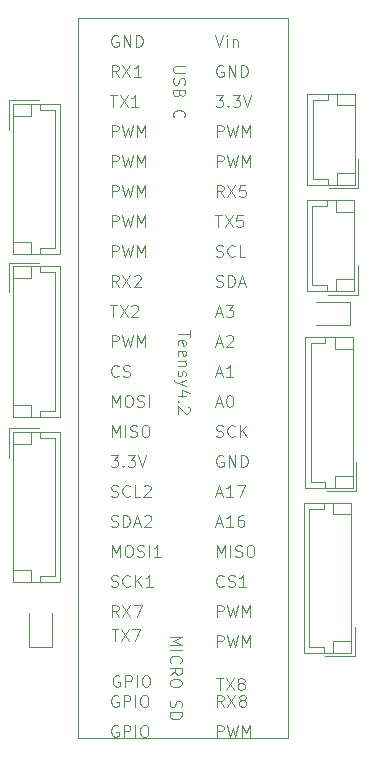
<source format=gbr>
%TF.GenerationSoftware,KiCad,Pcbnew,8.0.8*%
%TF.CreationDate,2025-02-07T05:57:41-05:00*%
%TF.ProjectId,mcu-board,6d63752d-626f-4617-9264-2e6b69636164,rev?*%
%TF.SameCoordinates,Original*%
%TF.FileFunction,Legend,Top*%
%TF.FilePolarity,Positive*%
%FSLAX46Y46*%
G04 Gerber Fmt 4.6, Leading zero omitted, Abs format (unit mm)*
G04 Created by KiCad (PCBNEW 8.0.8) date 2025-02-07 05:57:41*
%MOMM*%
%LPD*%
G01*
G04 APERTURE LIST*
%ADD10C,0.100000*%
%ADD11C,0.120000*%
G04 APERTURE END LIST*
D10*
X165642580Y-67048571D02*
X165642580Y-67619999D01*
X164642580Y-67334285D02*
X165642580Y-67334285D01*
X164690200Y-68334285D02*
X164642580Y-68239047D01*
X164642580Y-68239047D02*
X164642580Y-68048571D01*
X164642580Y-68048571D02*
X164690200Y-67953333D01*
X164690200Y-67953333D02*
X164785438Y-67905714D01*
X164785438Y-67905714D02*
X165166390Y-67905714D01*
X165166390Y-67905714D02*
X165261628Y-67953333D01*
X165261628Y-67953333D02*
X165309247Y-68048571D01*
X165309247Y-68048571D02*
X165309247Y-68239047D01*
X165309247Y-68239047D02*
X165261628Y-68334285D01*
X165261628Y-68334285D02*
X165166390Y-68381904D01*
X165166390Y-68381904D02*
X165071152Y-68381904D01*
X165071152Y-68381904D02*
X164975914Y-67905714D01*
X164690200Y-69191428D02*
X164642580Y-69096190D01*
X164642580Y-69096190D02*
X164642580Y-68905714D01*
X164642580Y-68905714D02*
X164690200Y-68810476D01*
X164690200Y-68810476D02*
X164785438Y-68762857D01*
X164785438Y-68762857D02*
X165166390Y-68762857D01*
X165166390Y-68762857D02*
X165261628Y-68810476D01*
X165261628Y-68810476D02*
X165309247Y-68905714D01*
X165309247Y-68905714D02*
X165309247Y-69096190D01*
X165309247Y-69096190D02*
X165261628Y-69191428D01*
X165261628Y-69191428D02*
X165166390Y-69239047D01*
X165166390Y-69239047D02*
X165071152Y-69239047D01*
X165071152Y-69239047D02*
X164975914Y-68762857D01*
X165309247Y-69667619D02*
X164642580Y-69667619D01*
X165214009Y-69667619D02*
X165261628Y-69715238D01*
X165261628Y-69715238D02*
X165309247Y-69810476D01*
X165309247Y-69810476D02*
X165309247Y-69953333D01*
X165309247Y-69953333D02*
X165261628Y-70048571D01*
X165261628Y-70048571D02*
X165166390Y-70096190D01*
X165166390Y-70096190D02*
X164642580Y-70096190D01*
X164690200Y-70524762D02*
X164642580Y-70620000D01*
X164642580Y-70620000D02*
X164642580Y-70810476D01*
X164642580Y-70810476D02*
X164690200Y-70905714D01*
X164690200Y-70905714D02*
X164785438Y-70953333D01*
X164785438Y-70953333D02*
X164833057Y-70953333D01*
X164833057Y-70953333D02*
X164928295Y-70905714D01*
X164928295Y-70905714D02*
X164975914Y-70810476D01*
X164975914Y-70810476D02*
X164975914Y-70667619D01*
X164975914Y-70667619D02*
X165023533Y-70572381D01*
X165023533Y-70572381D02*
X165118771Y-70524762D01*
X165118771Y-70524762D02*
X165166390Y-70524762D01*
X165166390Y-70524762D02*
X165261628Y-70572381D01*
X165261628Y-70572381D02*
X165309247Y-70667619D01*
X165309247Y-70667619D02*
X165309247Y-70810476D01*
X165309247Y-70810476D02*
X165261628Y-70905714D01*
X165309247Y-71286667D02*
X164642580Y-71524762D01*
X165309247Y-71762857D02*
X164642580Y-71524762D01*
X164642580Y-71524762D02*
X164404485Y-71429524D01*
X164404485Y-71429524D02*
X164356866Y-71381905D01*
X164356866Y-71381905D02*
X164309247Y-71286667D01*
X165309247Y-72572381D02*
X164642580Y-72572381D01*
X165690200Y-72334286D02*
X164975914Y-72096191D01*
X164975914Y-72096191D02*
X164975914Y-72715238D01*
X164737819Y-73096191D02*
X164690200Y-73143810D01*
X164690200Y-73143810D02*
X164642580Y-73096191D01*
X164642580Y-73096191D02*
X164690200Y-73048572D01*
X164690200Y-73048572D02*
X164737819Y-73096191D01*
X164737819Y-73096191D02*
X164642580Y-73096191D01*
X165547342Y-73524762D02*
X165594961Y-73572381D01*
X165594961Y-73572381D02*
X165642580Y-73667619D01*
X165642580Y-73667619D02*
X165642580Y-73905714D01*
X165642580Y-73905714D02*
X165594961Y-74000952D01*
X165594961Y-74000952D02*
X165547342Y-74048571D01*
X165547342Y-74048571D02*
X165452104Y-74096190D01*
X165452104Y-74096190D02*
X165356866Y-74096190D01*
X165356866Y-74096190D02*
X165214009Y-74048571D01*
X165214009Y-74048571D02*
X164642580Y-73477143D01*
X164642580Y-73477143D02*
X164642580Y-74096190D01*
X159006265Y-88724800D02*
X159149122Y-88772419D01*
X159149122Y-88772419D02*
X159387217Y-88772419D01*
X159387217Y-88772419D02*
X159482455Y-88724800D01*
X159482455Y-88724800D02*
X159530074Y-88677180D01*
X159530074Y-88677180D02*
X159577693Y-88581942D01*
X159577693Y-88581942D02*
X159577693Y-88486704D01*
X159577693Y-88486704D02*
X159530074Y-88391466D01*
X159530074Y-88391466D02*
X159482455Y-88343847D01*
X159482455Y-88343847D02*
X159387217Y-88296228D01*
X159387217Y-88296228D02*
X159196741Y-88248609D01*
X159196741Y-88248609D02*
X159101503Y-88200990D01*
X159101503Y-88200990D02*
X159053884Y-88153371D01*
X159053884Y-88153371D02*
X159006265Y-88058133D01*
X159006265Y-88058133D02*
X159006265Y-87962895D01*
X159006265Y-87962895D02*
X159053884Y-87867657D01*
X159053884Y-87867657D02*
X159101503Y-87820038D01*
X159101503Y-87820038D02*
X159196741Y-87772419D01*
X159196741Y-87772419D02*
X159434836Y-87772419D01*
X159434836Y-87772419D02*
X159577693Y-87820038D01*
X160577693Y-88677180D02*
X160530074Y-88724800D01*
X160530074Y-88724800D02*
X160387217Y-88772419D01*
X160387217Y-88772419D02*
X160291979Y-88772419D01*
X160291979Y-88772419D02*
X160149122Y-88724800D01*
X160149122Y-88724800D02*
X160053884Y-88629561D01*
X160053884Y-88629561D02*
X160006265Y-88534323D01*
X160006265Y-88534323D02*
X159958646Y-88343847D01*
X159958646Y-88343847D02*
X159958646Y-88200990D01*
X159958646Y-88200990D02*
X160006265Y-88010514D01*
X160006265Y-88010514D02*
X160053884Y-87915276D01*
X160053884Y-87915276D02*
X160149122Y-87820038D01*
X160149122Y-87820038D02*
X160291979Y-87772419D01*
X160291979Y-87772419D02*
X160387217Y-87772419D01*
X160387217Y-87772419D02*
X160530074Y-87820038D01*
X160530074Y-87820038D02*
X160577693Y-87867657D01*
X161006265Y-88772419D02*
X161006265Y-87772419D01*
X161577693Y-88772419D02*
X161149122Y-88200990D01*
X161577693Y-87772419D02*
X161006265Y-88343847D01*
X162530074Y-88772419D02*
X161958646Y-88772419D01*
X162244360Y-88772419D02*
X162244360Y-87772419D01*
X162244360Y-87772419D02*
X162149122Y-87915276D01*
X162149122Y-87915276D02*
X162053884Y-88010514D01*
X162053884Y-88010514D02*
X161958646Y-88058133D01*
X167896265Y-63324800D02*
X168039122Y-63372419D01*
X168039122Y-63372419D02*
X168277217Y-63372419D01*
X168277217Y-63372419D02*
X168372455Y-63324800D01*
X168372455Y-63324800D02*
X168420074Y-63277180D01*
X168420074Y-63277180D02*
X168467693Y-63181942D01*
X168467693Y-63181942D02*
X168467693Y-63086704D01*
X168467693Y-63086704D02*
X168420074Y-62991466D01*
X168420074Y-62991466D02*
X168372455Y-62943847D01*
X168372455Y-62943847D02*
X168277217Y-62896228D01*
X168277217Y-62896228D02*
X168086741Y-62848609D01*
X168086741Y-62848609D02*
X167991503Y-62800990D01*
X167991503Y-62800990D02*
X167943884Y-62753371D01*
X167943884Y-62753371D02*
X167896265Y-62658133D01*
X167896265Y-62658133D02*
X167896265Y-62562895D01*
X167896265Y-62562895D02*
X167943884Y-62467657D01*
X167943884Y-62467657D02*
X167991503Y-62420038D01*
X167991503Y-62420038D02*
X168086741Y-62372419D01*
X168086741Y-62372419D02*
X168324836Y-62372419D01*
X168324836Y-62372419D02*
X168467693Y-62420038D01*
X168896265Y-63372419D02*
X168896265Y-62372419D01*
X168896265Y-62372419D02*
X169134360Y-62372419D01*
X169134360Y-62372419D02*
X169277217Y-62420038D01*
X169277217Y-62420038D02*
X169372455Y-62515276D01*
X169372455Y-62515276D02*
X169420074Y-62610514D01*
X169420074Y-62610514D02*
X169467693Y-62800990D01*
X169467693Y-62800990D02*
X169467693Y-62943847D01*
X169467693Y-62943847D02*
X169420074Y-63134323D01*
X169420074Y-63134323D02*
X169372455Y-63229561D01*
X169372455Y-63229561D02*
X169277217Y-63324800D01*
X169277217Y-63324800D02*
X169134360Y-63372419D01*
X169134360Y-63372419D02*
X168896265Y-63372419D01*
X169848646Y-63086704D02*
X170324836Y-63086704D01*
X169753408Y-63372419D02*
X170086741Y-62372419D01*
X170086741Y-62372419D02*
X170420074Y-63372419D01*
X167896265Y-70706704D02*
X168372455Y-70706704D01*
X167801027Y-70992419D02*
X168134360Y-69992419D01*
X168134360Y-69992419D02*
X168467693Y-70992419D01*
X169324836Y-70992419D02*
X168753408Y-70992419D01*
X169039122Y-70992419D02*
X169039122Y-69992419D01*
X169039122Y-69992419D02*
X168943884Y-70135276D01*
X168943884Y-70135276D02*
X168848646Y-70230514D01*
X168848646Y-70230514D02*
X168753408Y-70278133D01*
X159053884Y-53212419D02*
X159053884Y-52212419D01*
X159053884Y-52212419D02*
X159434836Y-52212419D01*
X159434836Y-52212419D02*
X159530074Y-52260038D01*
X159530074Y-52260038D02*
X159577693Y-52307657D01*
X159577693Y-52307657D02*
X159625312Y-52402895D01*
X159625312Y-52402895D02*
X159625312Y-52545752D01*
X159625312Y-52545752D02*
X159577693Y-52640990D01*
X159577693Y-52640990D02*
X159530074Y-52688609D01*
X159530074Y-52688609D02*
X159434836Y-52736228D01*
X159434836Y-52736228D02*
X159053884Y-52736228D01*
X159958646Y-52212419D02*
X160196741Y-53212419D01*
X160196741Y-53212419D02*
X160387217Y-52498133D01*
X160387217Y-52498133D02*
X160577693Y-53212419D01*
X160577693Y-53212419D02*
X160815789Y-52212419D01*
X161196741Y-53212419D02*
X161196741Y-52212419D01*
X161196741Y-52212419D02*
X161530074Y-52926704D01*
X161530074Y-52926704D02*
X161863407Y-52212419D01*
X161863407Y-52212419D02*
X161863407Y-53212419D01*
X159053884Y-50672419D02*
X159053884Y-49672419D01*
X159053884Y-49672419D02*
X159434836Y-49672419D01*
X159434836Y-49672419D02*
X159530074Y-49720038D01*
X159530074Y-49720038D02*
X159577693Y-49767657D01*
X159577693Y-49767657D02*
X159625312Y-49862895D01*
X159625312Y-49862895D02*
X159625312Y-50005752D01*
X159625312Y-50005752D02*
X159577693Y-50100990D01*
X159577693Y-50100990D02*
X159530074Y-50148609D01*
X159530074Y-50148609D02*
X159434836Y-50196228D01*
X159434836Y-50196228D02*
X159053884Y-50196228D01*
X159958646Y-49672419D02*
X160196741Y-50672419D01*
X160196741Y-50672419D02*
X160387217Y-49958133D01*
X160387217Y-49958133D02*
X160577693Y-50672419D01*
X160577693Y-50672419D02*
X160815789Y-49672419D01*
X161196741Y-50672419D02*
X161196741Y-49672419D01*
X161196741Y-49672419D02*
X161530074Y-50386704D01*
X161530074Y-50386704D02*
X161863407Y-49672419D01*
X161863407Y-49672419D02*
X161863407Y-50672419D01*
X159625312Y-63372419D02*
X159291979Y-62896228D01*
X159053884Y-63372419D02*
X159053884Y-62372419D01*
X159053884Y-62372419D02*
X159434836Y-62372419D01*
X159434836Y-62372419D02*
X159530074Y-62420038D01*
X159530074Y-62420038D02*
X159577693Y-62467657D01*
X159577693Y-62467657D02*
X159625312Y-62562895D01*
X159625312Y-62562895D02*
X159625312Y-62705752D01*
X159625312Y-62705752D02*
X159577693Y-62800990D01*
X159577693Y-62800990D02*
X159530074Y-62848609D01*
X159530074Y-62848609D02*
X159434836Y-62896228D01*
X159434836Y-62896228D02*
X159053884Y-62896228D01*
X159958646Y-62372419D02*
X160625312Y-63372419D01*
X160625312Y-62372419D02*
X159958646Y-63372419D01*
X160958646Y-62467657D02*
X161006265Y-62420038D01*
X161006265Y-62420038D02*
X161101503Y-62372419D01*
X161101503Y-62372419D02*
X161339598Y-62372419D01*
X161339598Y-62372419D02*
X161434836Y-62420038D01*
X161434836Y-62420038D02*
X161482455Y-62467657D01*
X161482455Y-62467657D02*
X161530074Y-62562895D01*
X161530074Y-62562895D02*
X161530074Y-62658133D01*
X161530074Y-62658133D02*
X161482455Y-62800990D01*
X161482455Y-62800990D02*
X160911027Y-63372419D01*
X160911027Y-63372419D02*
X161530074Y-63372419D01*
X167848646Y-47132419D02*
X168467693Y-47132419D01*
X168467693Y-47132419D02*
X168134360Y-47513371D01*
X168134360Y-47513371D02*
X168277217Y-47513371D01*
X168277217Y-47513371D02*
X168372455Y-47560990D01*
X168372455Y-47560990D02*
X168420074Y-47608609D01*
X168420074Y-47608609D02*
X168467693Y-47703847D01*
X168467693Y-47703847D02*
X168467693Y-47941942D01*
X168467693Y-47941942D02*
X168420074Y-48037180D01*
X168420074Y-48037180D02*
X168372455Y-48084800D01*
X168372455Y-48084800D02*
X168277217Y-48132419D01*
X168277217Y-48132419D02*
X167991503Y-48132419D01*
X167991503Y-48132419D02*
X167896265Y-48084800D01*
X167896265Y-48084800D02*
X167848646Y-48037180D01*
X168896265Y-48037180D02*
X168943884Y-48084800D01*
X168943884Y-48084800D02*
X168896265Y-48132419D01*
X168896265Y-48132419D02*
X168848646Y-48084800D01*
X168848646Y-48084800D02*
X168896265Y-48037180D01*
X168896265Y-48037180D02*
X168896265Y-48132419D01*
X169277217Y-47132419D02*
X169896264Y-47132419D01*
X169896264Y-47132419D02*
X169562931Y-47513371D01*
X169562931Y-47513371D02*
X169705788Y-47513371D01*
X169705788Y-47513371D02*
X169801026Y-47560990D01*
X169801026Y-47560990D02*
X169848645Y-47608609D01*
X169848645Y-47608609D02*
X169896264Y-47703847D01*
X169896264Y-47703847D02*
X169896264Y-47941942D01*
X169896264Y-47941942D02*
X169848645Y-48037180D01*
X169848645Y-48037180D02*
X169801026Y-48084800D01*
X169801026Y-48084800D02*
X169705788Y-48132419D01*
X169705788Y-48132419D02*
X169420074Y-48132419D01*
X169420074Y-48132419D02*
X169324836Y-48084800D01*
X169324836Y-48084800D02*
X169277217Y-48037180D01*
X170181979Y-47132419D02*
X170515312Y-48132419D01*
X170515312Y-48132419D02*
X170848645Y-47132419D01*
X167911027Y-96497419D02*
X168482455Y-96497419D01*
X168196741Y-97497419D02*
X168196741Y-96497419D01*
X168720551Y-96497419D02*
X169387217Y-97497419D01*
X169387217Y-96497419D02*
X168720551Y-97497419D01*
X169911027Y-96925990D02*
X169815789Y-96878371D01*
X169815789Y-96878371D02*
X169768170Y-96830752D01*
X169768170Y-96830752D02*
X169720551Y-96735514D01*
X169720551Y-96735514D02*
X169720551Y-96687895D01*
X169720551Y-96687895D02*
X169768170Y-96592657D01*
X169768170Y-96592657D02*
X169815789Y-96545038D01*
X169815789Y-96545038D02*
X169911027Y-96497419D01*
X169911027Y-96497419D02*
X170101503Y-96497419D01*
X170101503Y-96497419D02*
X170196741Y-96545038D01*
X170196741Y-96545038D02*
X170244360Y-96592657D01*
X170244360Y-96592657D02*
X170291979Y-96687895D01*
X170291979Y-96687895D02*
X170291979Y-96735514D01*
X170291979Y-96735514D02*
X170244360Y-96830752D01*
X170244360Y-96830752D02*
X170196741Y-96878371D01*
X170196741Y-96878371D02*
X170101503Y-96925990D01*
X170101503Y-96925990D02*
X169911027Y-96925990D01*
X169911027Y-96925990D02*
X169815789Y-96973609D01*
X169815789Y-96973609D02*
X169768170Y-97021228D01*
X169768170Y-97021228D02*
X169720551Y-97116466D01*
X169720551Y-97116466D02*
X169720551Y-97306942D01*
X169720551Y-97306942D02*
X169768170Y-97402180D01*
X169768170Y-97402180D02*
X169815789Y-97449800D01*
X169815789Y-97449800D02*
X169911027Y-97497419D01*
X169911027Y-97497419D02*
X170101503Y-97497419D01*
X170101503Y-97497419D02*
X170196741Y-97449800D01*
X170196741Y-97449800D02*
X170244360Y-97402180D01*
X170244360Y-97402180D02*
X170291979Y-97306942D01*
X170291979Y-97306942D02*
X170291979Y-97116466D01*
X170291979Y-97116466D02*
X170244360Y-97021228D01*
X170244360Y-97021228D02*
X170196741Y-96973609D01*
X170196741Y-96973609D02*
X170101503Y-96925990D01*
X167943884Y-101472419D02*
X167943884Y-100472419D01*
X167943884Y-100472419D02*
X168324836Y-100472419D01*
X168324836Y-100472419D02*
X168420074Y-100520038D01*
X168420074Y-100520038D02*
X168467693Y-100567657D01*
X168467693Y-100567657D02*
X168515312Y-100662895D01*
X168515312Y-100662895D02*
X168515312Y-100805752D01*
X168515312Y-100805752D02*
X168467693Y-100900990D01*
X168467693Y-100900990D02*
X168420074Y-100948609D01*
X168420074Y-100948609D02*
X168324836Y-100996228D01*
X168324836Y-100996228D02*
X167943884Y-100996228D01*
X168848646Y-100472419D02*
X169086741Y-101472419D01*
X169086741Y-101472419D02*
X169277217Y-100758133D01*
X169277217Y-100758133D02*
X169467693Y-101472419D01*
X169467693Y-101472419D02*
X169705789Y-100472419D01*
X170086741Y-101472419D02*
X170086741Y-100472419D01*
X170086741Y-100472419D02*
X170420074Y-101186704D01*
X170420074Y-101186704D02*
X170753407Y-100472419D01*
X170753407Y-100472419D02*
X170753407Y-101472419D01*
X158911027Y-47132419D02*
X159482455Y-47132419D01*
X159196741Y-48132419D02*
X159196741Y-47132419D01*
X159720551Y-47132419D02*
X160387217Y-48132419D01*
X160387217Y-47132419D02*
X159720551Y-48132419D01*
X161291979Y-48132419D02*
X160720551Y-48132419D01*
X161006265Y-48132419D02*
X161006265Y-47132419D01*
X161006265Y-47132419D02*
X160911027Y-47275276D01*
X160911027Y-47275276D02*
X160815789Y-47370514D01*
X160815789Y-47370514D02*
X160720551Y-47418133D01*
X167943884Y-86232419D02*
X167943884Y-85232419D01*
X167943884Y-85232419D02*
X168277217Y-85946704D01*
X168277217Y-85946704D02*
X168610550Y-85232419D01*
X168610550Y-85232419D02*
X168610550Y-86232419D01*
X169086741Y-86232419D02*
X169086741Y-85232419D01*
X169515312Y-86184800D02*
X169658169Y-86232419D01*
X169658169Y-86232419D02*
X169896264Y-86232419D01*
X169896264Y-86232419D02*
X169991502Y-86184800D01*
X169991502Y-86184800D02*
X170039121Y-86137180D01*
X170039121Y-86137180D02*
X170086740Y-86041942D01*
X170086740Y-86041942D02*
X170086740Y-85946704D01*
X170086740Y-85946704D02*
X170039121Y-85851466D01*
X170039121Y-85851466D02*
X169991502Y-85803847D01*
X169991502Y-85803847D02*
X169896264Y-85756228D01*
X169896264Y-85756228D02*
X169705788Y-85708609D01*
X169705788Y-85708609D02*
X169610550Y-85660990D01*
X169610550Y-85660990D02*
X169562931Y-85613371D01*
X169562931Y-85613371D02*
X169515312Y-85518133D01*
X169515312Y-85518133D02*
X169515312Y-85422895D01*
X169515312Y-85422895D02*
X169562931Y-85327657D01*
X169562931Y-85327657D02*
X169610550Y-85280038D01*
X169610550Y-85280038D02*
X169705788Y-85232419D01*
X169705788Y-85232419D02*
X169943883Y-85232419D01*
X169943883Y-85232419D02*
X170086740Y-85280038D01*
X170705788Y-85232419D02*
X170896264Y-85232419D01*
X170896264Y-85232419D02*
X170991502Y-85280038D01*
X170991502Y-85280038D02*
X171086740Y-85375276D01*
X171086740Y-85375276D02*
X171134359Y-85565752D01*
X171134359Y-85565752D02*
X171134359Y-85899085D01*
X171134359Y-85899085D02*
X171086740Y-86089561D01*
X171086740Y-86089561D02*
X170991502Y-86184800D01*
X170991502Y-86184800D02*
X170896264Y-86232419D01*
X170896264Y-86232419D02*
X170705788Y-86232419D01*
X170705788Y-86232419D02*
X170610550Y-86184800D01*
X170610550Y-86184800D02*
X170515312Y-86089561D01*
X170515312Y-86089561D02*
X170467693Y-85899085D01*
X170467693Y-85899085D02*
X170467693Y-85565752D01*
X170467693Y-85565752D02*
X170515312Y-85375276D01*
X170515312Y-85375276D02*
X170610550Y-85280038D01*
X170610550Y-85280038D02*
X170705788Y-85232419D01*
X159053884Y-76072419D02*
X159053884Y-75072419D01*
X159053884Y-75072419D02*
X159387217Y-75786704D01*
X159387217Y-75786704D02*
X159720550Y-75072419D01*
X159720550Y-75072419D02*
X159720550Y-76072419D01*
X160196741Y-76072419D02*
X160196741Y-75072419D01*
X160625312Y-76024800D02*
X160768169Y-76072419D01*
X160768169Y-76072419D02*
X161006264Y-76072419D01*
X161006264Y-76072419D02*
X161101502Y-76024800D01*
X161101502Y-76024800D02*
X161149121Y-75977180D01*
X161149121Y-75977180D02*
X161196740Y-75881942D01*
X161196740Y-75881942D02*
X161196740Y-75786704D01*
X161196740Y-75786704D02*
X161149121Y-75691466D01*
X161149121Y-75691466D02*
X161101502Y-75643847D01*
X161101502Y-75643847D02*
X161006264Y-75596228D01*
X161006264Y-75596228D02*
X160815788Y-75548609D01*
X160815788Y-75548609D02*
X160720550Y-75500990D01*
X160720550Y-75500990D02*
X160672931Y-75453371D01*
X160672931Y-75453371D02*
X160625312Y-75358133D01*
X160625312Y-75358133D02*
X160625312Y-75262895D01*
X160625312Y-75262895D02*
X160672931Y-75167657D01*
X160672931Y-75167657D02*
X160720550Y-75120038D01*
X160720550Y-75120038D02*
X160815788Y-75072419D01*
X160815788Y-75072419D02*
X161053883Y-75072419D01*
X161053883Y-75072419D02*
X161196740Y-75120038D01*
X161815788Y-75072419D02*
X162006264Y-75072419D01*
X162006264Y-75072419D02*
X162101502Y-75120038D01*
X162101502Y-75120038D02*
X162196740Y-75215276D01*
X162196740Y-75215276D02*
X162244359Y-75405752D01*
X162244359Y-75405752D02*
X162244359Y-75739085D01*
X162244359Y-75739085D02*
X162196740Y-75929561D01*
X162196740Y-75929561D02*
X162101502Y-76024800D01*
X162101502Y-76024800D02*
X162006264Y-76072419D01*
X162006264Y-76072419D02*
X161815788Y-76072419D01*
X161815788Y-76072419D02*
X161720550Y-76024800D01*
X161720550Y-76024800D02*
X161625312Y-75929561D01*
X161625312Y-75929561D02*
X161577693Y-75739085D01*
X161577693Y-75739085D02*
X161577693Y-75405752D01*
X161577693Y-75405752D02*
X161625312Y-75215276D01*
X161625312Y-75215276D02*
X161720550Y-75120038D01*
X161720550Y-75120038D02*
X161815788Y-75072419D01*
X168515312Y-55752419D02*
X168181979Y-55276228D01*
X167943884Y-55752419D02*
X167943884Y-54752419D01*
X167943884Y-54752419D02*
X168324836Y-54752419D01*
X168324836Y-54752419D02*
X168420074Y-54800038D01*
X168420074Y-54800038D02*
X168467693Y-54847657D01*
X168467693Y-54847657D02*
X168515312Y-54942895D01*
X168515312Y-54942895D02*
X168515312Y-55085752D01*
X168515312Y-55085752D02*
X168467693Y-55180990D01*
X168467693Y-55180990D02*
X168420074Y-55228609D01*
X168420074Y-55228609D02*
X168324836Y-55276228D01*
X168324836Y-55276228D02*
X167943884Y-55276228D01*
X168848646Y-54752419D02*
X169515312Y-55752419D01*
X169515312Y-54752419D02*
X168848646Y-55752419D01*
X170372455Y-54752419D02*
X169896265Y-54752419D01*
X169896265Y-54752419D02*
X169848646Y-55228609D01*
X169848646Y-55228609D02*
X169896265Y-55180990D01*
X169896265Y-55180990D02*
X169991503Y-55133371D01*
X169991503Y-55133371D02*
X170229598Y-55133371D01*
X170229598Y-55133371D02*
X170324836Y-55180990D01*
X170324836Y-55180990D02*
X170372455Y-55228609D01*
X170372455Y-55228609D02*
X170420074Y-55323847D01*
X170420074Y-55323847D02*
X170420074Y-55561942D01*
X170420074Y-55561942D02*
X170372455Y-55657180D01*
X170372455Y-55657180D02*
X170324836Y-55704800D01*
X170324836Y-55704800D02*
X170229598Y-55752419D01*
X170229598Y-55752419D02*
X169991503Y-55752419D01*
X169991503Y-55752419D02*
X169896265Y-55704800D01*
X169896265Y-55704800D02*
X169848646Y-55657180D01*
X159625312Y-70897180D02*
X159577693Y-70944800D01*
X159577693Y-70944800D02*
X159434836Y-70992419D01*
X159434836Y-70992419D02*
X159339598Y-70992419D01*
X159339598Y-70992419D02*
X159196741Y-70944800D01*
X159196741Y-70944800D02*
X159101503Y-70849561D01*
X159101503Y-70849561D02*
X159053884Y-70754323D01*
X159053884Y-70754323D02*
X159006265Y-70563847D01*
X159006265Y-70563847D02*
X159006265Y-70420990D01*
X159006265Y-70420990D02*
X159053884Y-70230514D01*
X159053884Y-70230514D02*
X159101503Y-70135276D01*
X159101503Y-70135276D02*
X159196741Y-70040038D01*
X159196741Y-70040038D02*
X159339598Y-69992419D01*
X159339598Y-69992419D02*
X159434836Y-69992419D01*
X159434836Y-69992419D02*
X159577693Y-70040038D01*
X159577693Y-70040038D02*
X159625312Y-70087657D01*
X160006265Y-70944800D02*
X160149122Y-70992419D01*
X160149122Y-70992419D02*
X160387217Y-70992419D01*
X160387217Y-70992419D02*
X160482455Y-70944800D01*
X160482455Y-70944800D02*
X160530074Y-70897180D01*
X160530074Y-70897180D02*
X160577693Y-70801942D01*
X160577693Y-70801942D02*
X160577693Y-70706704D01*
X160577693Y-70706704D02*
X160530074Y-70611466D01*
X160530074Y-70611466D02*
X160482455Y-70563847D01*
X160482455Y-70563847D02*
X160387217Y-70516228D01*
X160387217Y-70516228D02*
X160196741Y-70468609D01*
X160196741Y-70468609D02*
X160101503Y-70420990D01*
X160101503Y-70420990D02*
X160053884Y-70373371D01*
X160053884Y-70373371D02*
X160006265Y-70278133D01*
X160006265Y-70278133D02*
X160006265Y-70182895D01*
X160006265Y-70182895D02*
X160053884Y-70087657D01*
X160053884Y-70087657D02*
X160101503Y-70040038D01*
X160101503Y-70040038D02*
X160196741Y-69992419D01*
X160196741Y-69992419D02*
X160434836Y-69992419D01*
X160434836Y-69992419D02*
X160577693Y-70040038D01*
X158958646Y-77612419D02*
X159577693Y-77612419D01*
X159577693Y-77612419D02*
X159244360Y-77993371D01*
X159244360Y-77993371D02*
X159387217Y-77993371D01*
X159387217Y-77993371D02*
X159482455Y-78040990D01*
X159482455Y-78040990D02*
X159530074Y-78088609D01*
X159530074Y-78088609D02*
X159577693Y-78183847D01*
X159577693Y-78183847D02*
X159577693Y-78421942D01*
X159577693Y-78421942D02*
X159530074Y-78517180D01*
X159530074Y-78517180D02*
X159482455Y-78564800D01*
X159482455Y-78564800D02*
X159387217Y-78612419D01*
X159387217Y-78612419D02*
X159101503Y-78612419D01*
X159101503Y-78612419D02*
X159006265Y-78564800D01*
X159006265Y-78564800D02*
X158958646Y-78517180D01*
X160006265Y-78517180D02*
X160053884Y-78564800D01*
X160053884Y-78564800D02*
X160006265Y-78612419D01*
X160006265Y-78612419D02*
X159958646Y-78564800D01*
X159958646Y-78564800D02*
X160006265Y-78517180D01*
X160006265Y-78517180D02*
X160006265Y-78612419D01*
X160387217Y-77612419D02*
X161006264Y-77612419D01*
X161006264Y-77612419D02*
X160672931Y-77993371D01*
X160672931Y-77993371D02*
X160815788Y-77993371D01*
X160815788Y-77993371D02*
X160911026Y-78040990D01*
X160911026Y-78040990D02*
X160958645Y-78088609D01*
X160958645Y-78088609D02*
X161006264Y-78183847D01*
X161006264Y-78183847D02*
X161006264Y-78421942D01*
X161006264Y-78421942D02*
X160958645Y-78517180D01*
X160958645Y-78517180D02*
X160911026Y-78564800D01*
X160911026Y-78564800D02*
X160815788Y-78612419D01*
X160815788Y-78612419D02*
X160530074Y-78612419D01*
X160530074Y-78612419D02*
X160434836Y-78564800D01*
X160434836Y-78564800D02*
X160387217Y-78517180D01*
X161291979Y-77612419D02*
X161625312Y-78612419D01*
X161625312Y-78612419D02*
X161958645Y-77612419D01*
X159577693Y-42100038D02*
X159482455Y-42052419D01*
X159482455Y-42052419D02*
X159339598Y-42052419D01*
X159339598Y-42052419D02*
X159196741Y-42100038D01*
X159196741Y-42100038D02*
X159101503Y-42195276D01*
X159101503Y-42195276D02*
X159053884Y-42290514D01*
X159053884Y-42290514D02*
X159006265Y-42480990D01*
X159006265Y-42480990D02*
X159006265Y-42623847D01*
X159006265Y-42623847D02*
X159053884Y-42814323D01*
X159053884Y-42814323D02*
X159101503Y-42909561D01*
X159101503Y-42909561D02*
X159196741Y-43004800D01*
X159196741Y-43004800D02*
X159339598Y-43052419D01*
X159339598Y-43052419D02*
X159434836Y-43052419D01*
X159434836Y-43052419D02*
X159577693Y-43004800D01*
X159577693Y-43004800D02*
X159625312Y-42957180D01*
X159625312Y-42957180D02*
X159625312Y-42623847D01*
X159625312Y-42623847D02*
X159434836Y-42623847D01*
X160053884Y-43052419D02*
X160053884Y-42052419D01*
X160053884Y-42052419D02*
X160625312Y-43052419D01*
X160625312Y-43052419D02*
X160625312Y-42052419D01*
X161101503Y-43052419D02*
X161101503Y-42052419D01*
X161101503Y-42052419D02*
X161339598Y-42052419D01*
X161339598Y-42052419D02*
X161482455Y-42100038D01*
X161482455Y-42100038D02*
X161577693Y-42195276D01*
X161577693Y-42195276D02*
X161625312Y-42290514D01*
X161625312Y-42290514D02*
X161672931Y-42480990D01*
X161672931Y-42480990D02*
X161672931Y-42623847D01*
X161672931Y-42623847D02*
X161625312Y-42814323D01*
X161625312Y-42814323D02*
X161577693Y-42909561D01*
X161577693Y-42909561D02*
X161482455Y-43004800D01*
X161482455Y-43004800D02*
X161339598Y-43052419D01*
X161339598Y-43052419D02*
X161101503Y-43052419D01*
X167943884Y-93852419D02*
X167943884Y-92852419D01*
X167943884Y-92852419D02*
X168324836Y-92852419D01*
X168324836Y-92852419D02*
X168420074Y-92900038D01*
X168420074Y-92900038D02*
X168467693Y-92947657D01*
X168467693Y-92947657D02*
X168515312Y-93042895D01*
X168515312Y-93042895D02*
X168515312Y-93185752D01*
X168515312Y-93185752D02*
X168467693Y-93280990D01*
X168467693Y-93280990D02*
X168420074Y-93328609D01*
X168420074Y-93328609D02*
X168324836Y-93376228D01*
X168324836Y-93376228D02*
X167943884Y-93376228D01*
X168848646Y-92852419D02*
X169086741Y-93852419D01*
X169086741Y-93852419D02*
X169277217Y-93138133D01*
X169277217Y-93138133D02*
X169467693Y-93852419D01*
X169467693Y-93852419D02*
X169705789Y-92852419D01*
X170086741Y-93852419D02*
X170086741Y-92852419D01*
X170086741Y-92852419D02*
X170420074Y-93566704D01*
X170420074Y-93566704D02*
X170753407Y-92852419D01*
X170753407Y-92852419D02*
X170753407Y-93852419D01*
X159577693Y-97980038D02*
X159482455Y-97932419D01*
X159482455Y-97932419D02*
X159339598Y-97932419D01*
X159339598Y-97932419D02*
X159196741Y-97980038D01*
X159196741Y-97980038D02*
X159101503Y-98075276D01*
X159101503Y-98075276D02*
X159053884Y-98170514D01*
X159053884Y-98170514D02*
X159006265Y-98360990D01*
X159006265Y-98360990D02*
X159006265Y-98503847D01*
X159006265Y-98503847D02*
X159053884Y-98694323D01*
X159053884Y-98694323D02*
X159101503Y-98789561D01*
X159101503Y-98789561D02*
X159196741Y-98884800D01*
X159196741Y-98884800D02*
X159339598Y-98932419D01*
X159339598Y-98932419D02*
X159434836Y-98932419D01*
X159434836Y-98932419D02*
X159577693Y-98884800D01*
X159577693Y-98884800D02*
X159625312Y-98837180D01*
X159625312Y-98837180D02*
X159625312Y-98503847D01*
X159625312Y-98503847D02*
X159434836Y-98503847D01*
X160053884Y-98932419D02*
X160053884Y-97932419D01*
X160053884Y-97932419D02*
X160434836Y-97932419D01*
X160434836Y-97932419D02*
X160530074Y-97980038D01*
X160530074Y-97980038D02*
X160577693Y-98027657D01*
X160577693Y-98027657D02*
X160625312Y-98122895D01*
X160625312Y-98122895D02*
X160625312Y-98265752D01*
X160625312Y-98265752D02*
X160577693Y-98360990D01*
X160577693Y-98360990D02*
X160530074Y-98408609D01*
X160530074Y-98408609D02*
X160434836Y-98456228D01*
X160434836Y-98456228D02*
X160053884Y-98456228D01*
X161053884Y-98932419D02*
X161053884Y-97932419D01*
X161720550Y-97932419D02*
X161911026Y-97932419D01*
X161911026Y-97932419D02*
X162006264Y-97980038D01*
X162006264Y-97980038D02*
X162101502Y-98075276D01*
X162101502Y-98075276D02*
X162149121Y-98265752D01*
X162149121Y-98265752D02*
X162149121Y-98599085D01*
X162149121Y-98599085D02*
X162101502Y-98789561D01*
X162101502Y-98789561D02*
X162006264Y-98884800D01*
X162006264Y-98884800D02*
X161911026Y-98932419D01*
X161911026Y-98932419D02*
X161720550Y-98932419D01*
X161720550Y-98932419D02*
X161625312Y-98884800D01*
X161625312Y-98884800D02*
X161530074Y-98789561D01*
X161530074Y-98789561D02*
X161482455Y-98599085D01*
X161482455Y-98599085D02*
X161482455Y-98265752D01*
X161482455Y-98265752D02*
X161530074Y-98075276D01*
X161530074Y-98075276D02*
X161625312Y-97980038D01*
X161625312Y-97980038D02*
X161720550Y-97932419D01*
X159006265Y-83644800D02*
X159149122Y-83692419D01*
X159149122Y-83692419D02*
X159387217Y-83692419D01*
X159387217Y-83692419D02*
X159482455Y-83644800D01*
X159482455Y-83644800D02*
X159530074Y-83597180D01*
X159530074Y-83597180D02*
X159577693Y-83501942D01*
X159577693Y-83501942D02*
X159577693Y-83406704D01*
X159577693Y-83406704D02*
X159530074Y-83311466D01*
X159530074Y-83311466D02*
X159482455Y-83263847D01*
X159482455Y-83263847D02*
X159387217Y-83216228D01*
X159387217Y-83216228D02*
X159196741Y-83168609D01*
X159196741Y-83168609D02*
X159101503Y-83120990D01*
X159101503Y-83120990D02*
X159053884Y-83073371D01*
X159053884Y-83073371D02*
X159006265Y-82978133D01*
X159006265Y-82978133D02*
X159006265Y-82882895D01*
X159006265Y-82882895D02*
X159053884Y-82787657D01*
X159053884Y-82787657D02*
X159101503Y-82740038D01*
X159101503Y-82740038D02*
X159196741Y-82692419D01*
X159196741Y-82692419D02*
X159434836Y-82692419D01*
X159434836Y-82692419D02*
X159577693Y-82740038D01*
X160006265Y-83692419D02*
X160006265Y-82692419D01*
X160006265Y-82692419D02*
X160244360Y-82692419D01*
X160244360Y-82692419D02*
X160387217Y-82740038D01*
X160387217Y-82740038D02*
X160482455Y-82835276D01*
X160482455Y-82835276D02*
X160530074Y-82930514D01*
X160530074Y-82930514D02*
X160577693Y-83120990D01*
X160577693Y-83120990D02*
X160577693Y-83263847D01*
X160577693Y-83263847D02*
X160530074Y-83454323D01*
X160530074Y-83454323D02*
X160482455Y-83549561D01*
X160482455Y-83549561D02*
X160387217Y-83644800D01*
X160387217Y-83644800D02*
X160244360Y-83692419D01*
X160244360Y-83692419D02*
X160006265Y-83692419D01*
X160958646Y-83406704D02*
X161434836Y-83406704D01*
X160863408Y-83692419D02*
X161196741Y-82692419D01*
X161196741Y-82692419D02*
X161530074Y-83692419D01*
X161815789Y-82787657D02*
X161863408Y-82740038D01*
X161863408Y-82740038D02*
X161958646Y-82692419D01*
X161958646Y-82692419D02*
X162196741Y-82692419D01*
X162196741Y-82692419D02*
X162291979Y-82740038D01*
X162291979Y-82740038D02*
X162339598Y-82787657D01*
X162339598Y-82787657D02*
X162387217Y-82882895D01*
X162387217Y-82882895D02*
X162387217Y-82978133D01*
X162387217Y-82978133D02*
X162339598Y-83120990D01*
X162339598Y-83120990D02*
X161768170Y-83692419D01*
X161768170Y-83692419D02*
X162387217Y-83692419D01*
X159036027Y-92372419D02*
X159607455Y-92372419D01*
X159321741Y-93372419D02*
X159321741Y-92372419D01*
X159845551Y-92372419D02*
X160512217Y-93372419D01*
X160512217Y-92372419D02*
X159845551Y-93372419D01*
X160797932Y-92372419D02*
X161464598Y-92372419D01*
X161464598Y-92372419D02*
X161036027Y-93372419D01*
X159053884Y-73532419D02*
X159053884Y-72532419D01*
X159053884Y-72532419D02*
X159387217Y-73246704D01*
X159387217Y-73246704D02*
X159720550Y-72532419D01*
X159720550Y-72532419D02*
X159720550Y-73532419D01*
X160387217Y-72532419D02*
X160577693Y-72532419D01*
X160577693Y-72532419D02*
X160672931Y-72580038D01*
X160672931Y-72580038D02*
X160768169Y-72675276D01*
X160768169Y-72675276D02*
X160815788Y-72865752D01*
X160815788Y-72865752D02*
X160815788Y-73199085D01*
X160815788Y-73199085D02*
X160768169Y-73389561D01*
X160768169Y-73389561D02*
X160672931Y-73484800D01*
X160672931Y-73484800D02*
X160577693Y-73532419D01*
X160577693Y-73532419D02*
X160387217Y-73532419D01*
X160387217Y-73532419D02*
X160291979Y-73484800D01*
X160291979Y-73484800D02*
X160196741Y-73389561D01*
X160196741Y-73389561D02*
X160149122Y-73199085D01*
X160149122Y-73199085D02*
X160149122Y-72865752D01*
X160149122Y-72865752D02*
X160196741Y-72675276D01*
X160196741Y-72675276D02*
X160291979Y-72580038D01*
X160291979Y-72580038D02*
X160387217Y-72532419D01*
X161196741Y-73484800D02*
X161339598Y-73532419D01*
X161339598Y-73532419D02*
X161577693Y-73532419D01*
X161577693Y-73532419D02*
X161672931Y-73484800D01*
X161672931Y-73484800D02*
X161720550Y-73437180D01*
X161720550Y-73437180D02*
X161768169Y-73341942D01*
X161768169Y-73341942D02*
X161768169Y-73246704D01*
X161768169Y-73246704D02*
X161720550Y-73151466D01*
X161720550Y-73151466D02*
X161672931Y-73103847D01*
X161672931Y-73103847D02*
X161577693Y-73056228D01*
X161577693Y-73056228D02*
X161387217Y-73008609D01*
X161387217Y-73008609D02*
X161291979Y-72960990D01*
X161291979Y-72960990D02*
X161244360Y-72913371D01*
X161244360Y-72913371D02*
X161196741Y-72818133D01*
X161196741Y-72818133D02*
X161196741Y-72722895D01*
X161196741Y-72722895D02*
X161244360Y-72627657D01*
X161244360Y-72627657D02*
X161291979Y-72580038D01*
X161291979Y-72580038D02*
X161387217Y-72532419D01*
X161387217Y-72532419D02*
X161625312Y-72532419D01*
X161625312Y-72532419D02*
X161768169Y-72580038D01*
X162196741Y-73532419D02*
X162196741Y-72532419D01*
X159702693Y-96295038D02*
X159607455Y-96247419D01*
X159607455Y-96247419D02*
X159464598Y-96247419D01*
X159464598Y-96247419D02*
X159321741Y-96295038D01*
X159321741Y-96295038D02*
X159226503Y-96390276D01*
X159226503Y-96390276D02*
X159178884Y-96485514D01*
X159178884Y-96485514D02*
X159131265Y-96675990D01*
X159131265Y-96675990D02*
X159131265Y-96818847D01*
X159131265Y-96818847D02*
X159178884Y-97009323D01*
X159178884Y-97009323D02*
X159226503Y-97104561D01*
X159226503Y-97104561D02*
X159321741Y-97199800D01*
X159321741Y-97199800D02*
X159464598Y-97247419D01*
X159464598Y-97247419D02*
X159559836Y-97247419D01*
X159559836Y-97247419D02*
X159702693Y-97199800D01*
X159702693Y-97199800D02*
X159750312Y-97152180D01*
X159750312Y-97152180D02*
X159750312Y-96818847D01*
X159750312Y-96818847D02*
X159559836Y-96818847D01*
X160178884Y-97247419D02*
X160178884Y-96247419D01*
X160178884Y-96247419D02*
X160559836Y-96247419D01*
X160559836Y-96247419D02*
X160655074Y-96295038D01*
X160655074Y-96295038D02*
X160702693Y-96342657D01*
X160702693Y-96342657D02*
X160750312Y-96437895D01*
X160750312Y-96437895D02*
X160750312Y-96580752D01*
X160750312Y-96580752D02*
X160702693Y-96675990D01*
X160702693Y-96675990D02*
X160655074Y-96723609D01*
X160655074Y-96723609D02*
X160559836Y-96771228D01*
X160559836Y-96771228D02*
X160178884Y-96771228D01*
X161178884Y-97247419D02*
X161178884Y-96247419D01*
X161845550Y-96247419D02*
X162036026Y-96247419D01*
X162036026Y-96247419D02*
X162131264Y-96295038D01*
X162131264Y-96295038D02*
X162226502Y-96390276D01*
X162226502Y-96390276D02*
X162274121Y-96580752D01*
X162274121Y-96580752D02*
X162274121Y-96914085D01*
X162274121Y-96914085D02*
X162226502Y-97104561D01*
X162226502Y-97104561D02*
X162131264Y-97199800D01*
X162131264Y-97199800D02*
X162036026Y-97247419D01*
X162036026Y-97247419D02*
X161845550Y-97247419D01*
X161845550Y-97247419D02*
X161750312Y-97199800D01*
X161750312Y-97199800D02*
X161655074Y-97104561D01*
X161655074Y-97104561D02*
X161607455Y-96914085D01*
X161607455Y-96914085D02*
X161607455Y-96580752D01*
X161607455Y-96580752D02*
X161655074Y-96390276D01*
X161655074Y-96390276D02*
X161750312Y-96295038D01*
X161750312Y-96295038D02*
X161845550Y-96247419D01*
X167801027Y-57292419D02*
X168372455Y-57292419D01*
X168086741Y-58292419D02*
X168086741Y-57292419D01*
X168610551Y-57292419D02*
X169277217Y-58292419D01*
X169277217Y-57292419D02*
X168610551Y-58292419D01*
X170134360Y-57292419D02*
X169658170Y-57292419D01*
X169658170Y-57292419D02*
X169610551Y-57768609D01*
X169610551Y-57768609D02*
X169658170Y-57720990D01*
X169658170Y-57720990D02*
X169753408Y-57673371D01*
X169753408Y-57673371D02*
X169991503Y-57673371D01*
X169991503Y-57673371D02*
X170086741Y-57720990D01*
X170086741Y-57720990D02*
X170134360Y-57768609D01*
X170134360Y-57768609D02*
X170181979Y-57863847D01*
X170181979Y-57863847D02*
X170181979Y-58101942D01*
X170181979Y-58101942D02*
X170134360Y-58197180D01*
X170134360Y-58197180D02*
X170086741Y-58244800D01*
X170086741Y-58244800D02*
X169991503Y-58292419D01*
X169991503Y-58292419D02*
X169753408Y-58292419D01*
X169753408Y-58292419D02*
X169658170Y-58244800D01*
X169658170Y-58244800D02*
X169610551Y-58197180D01*
X159577693Y-100520038D02*
X159482455Y-100472419D01*
X159482455Y-100472419D02*
X159339598Y-100472419D01*
X159339598Y-100472419D02*
X159196741Y-100520038D01*
X159196741Y-100520038D02*
X159101503Y-100615276D01*
X159101503Y-100615276D02*
X159053884Y-100710514D01*
X159053884Y-100710514D02*
X159006265Y-100900990D01*
X159006265Y-100900990D02*
X159006265Y-101043847D01*
X159006265Y-101043847D02*
X159053884Y-101234323D01*
X159053884Y-101234323D02*
X159101503Y-101329561D01*
X159101503Y-101329561D02*
X159196741Y-101424800D01*
X159196741Y-101424800D02*
X159339598Y-101472419D01*
X159339598Y-101472419D02*
X159434836Y-101472419D01*
X159434836Y-101472419D02*
X159577693Y-101424800D01*
X159577693Y-101424800D02*
X159625312Y-101377180D01*
X159625312Y-101377180D02*
X159625312Y-101043847D01*
X159625312Y-101043847D02*
X159434836Y-101043847D01*
X160053884Y-101472419D02*
X160053884Y-100472419D01*
X160053884Y-100472419D02*
X160434836Y-100472419D01*
X160434836Y-100472419D02*
X160530074Y-100520038D01*
X160530074Y-100520038D02*
X160577693Y-100567657D01*
X160577693Y-100567657D02*
X160625312Y-100662895D01*
X160625312Y-100662895D02*
X160625312Y-100805752D01*
X160625312Y-100805752D02*
X160577693Y-100900990D01*
X160577693Y-100900990D02*
X160530074Y-100948609D01*
X160530074Y-100948609D02*
X160434836Y-100996228D01*
X160434836Y-100996228D02*
X160053884Y-100996228D01*
X161053884Y-101472419D02*
X161053884Y-100472419D01*
X161720550Y-100472419D02*
X161911026Y-100472419D01*
X161911026Y-100472419D02*
X162006264Y-100520038D01*
X162006264Y-100520038D02*
X162101502Y-100615276D01*
X162101502Y-100615276D02*
X162149121Y-100805752D01*
X162149121Y-100805752D02*
X162149121Y-101139085D01*
X162149121Y-101139085D02*
X162101502Y-101329561D01*
X162101502Y-101329561D02*
X162006264Y-101424800D01*
X162006264Y-101424800D02*
X161911026Y-101472419D01*
X161911026Y-101472419D02*
X161720550Y-101472419D01*
X161720550Y-101472419D02*
X161625312Y-101424800D01*
X161625312Y-101424800D02*
X161530074Y-101329561D01*
X161530074Y-101329561D02*
X161482455Y-101139085D01*
X161482455Y-101139085D02*
X161482455Y-100805752D01*
X161482455Y-100805752D02*
X161530074Y-100615276D01*
X161530074Y-100615276D02*
X161625312Y-100520038D01*
X161625312Y-100520038D02*
X161720550Y-100472419D01*
X159006265Y-81104800D02*
X159149122Y-81152419D01*
X159149122Y-81152419D02*
X159387217Y-81152419D01*
X159387217Y-81152419D02*
X159482455Y-81104800D01*
X159482455Y-81104800D02*
X159530074Y-81057180D01*
X159530074Y-81057180D02*
X159577693Y-80961942D01*
X159577693Y-80961942D02*
X159577693Y-80866704D01*
X159577693Y-80866704D02*
X159530074Y-80771466D01*
X159530074Y-80771466D02*
X159482455Y-80723847D01*
X159482455Y-80723847D02*
X159387217Y-80676228D01*
X159387217Y-80676228D02*
X159196741Y-80628609D01*
X159196741Y-80628609D02*
X159101503Y-80580990D01*
X159101503Y-80580990D02*
X159053884Y-80533371D01*
X159053884Y-80533371D02*
X159006265Y-80438133D01*
X159006265Y-80438133D02*
X159006265Y-80342895D01*
X159006265Y-80342895D02*
X159053884Y-80247657D01*
X159053884Y-80247657D02*
X159101503Y-80200038D01*
X159101503Y-80200038D02*
X159196741Y-80152419D01*
X159196741Y-80152419D02*
X159434836Y-80152419D01*
X159434836Y-80152419D02*
X159577693Y-80200038D01*
X160577693Y-81057180D02*
X160530074Y-81104800D01*
X160530074Y-81104800D02*
X160387217Y-81152419D01*
X160387217Y-81152419D02*
X160291979Y-81152419D01*
X160291979Y-81152419D02*
X160149122Y-81104800D01*
X160149122Y-81104800D02*
X160053884Y-81009561D01*
X160053884Y-81009561D02*
X160006265Y-80914323D01*
X160006265Y-80914323D02*
X159958646Y-80723847D01*
X159958646Y-80723847D02*
X159958646Y-80580990D01*
X159958646Y-80580990D02*
X160006265Y-80390514D01*
X160006265Y-80390514D02*
X160053884Y-80295276D01*
X160053884Y-80295276D02*
X160149122Y-80200038D01*
X160149122Y-80200038D02*
X160291979Y-80152419D01*
X160291979Y-80152419D02*
X160387217Y-80152419D01*
X160387217Y-80152419D02*
X160530074Y-80200038D01*
X160530074Y-80200038D02*
X160577693Y-80247657D01*
X161482455Y-81152419D02*
X161006265Y-81152419D01*
X161006265Y-81152419D02*
X161006265Y-80152419D01*
X161768170Y-80247657D02*
X161815789Y-80200038D01*
X161815789Y-80200038D02*
X161911027Y-80152419D01*
X161911027Y-80152419D02*
X162149122Y-80152419D01*
X162149122Y-80152419D02*
X162244360Y-80200038D01*
X162244360Y-80200038D02*
X162291979Y-80247657D01*
X162291979Y-80247657D02*
X162339598Y-80342895D01*
X162339598Y-80342895D02*
X162339598Y-80438133D01*
X162339598Y-80438133D02*
X162291979Y-80580990D01*
X162291979Y-80580990D02*
X161720551Y-81152419D01*
X161720551Y-81152419D02*
X162339598Y-81152419D01*
X159053884Y-60832419D02*
X159053884Y-59832419D01*
X159053884Y-59832419D02*
X159434836Y-59832419D01*
X159434836Y-59832419D02*
X159530074Y-59880038D01*
X159530074Y-59880038D02*
X159577693Y-59927657D01*
X159577693Y-59927657D02*
X159625312Y-60022895D01*
X159625312Y-60022895D02*
X159625312Y-60165752D01*
X159625312Y-60165752D02*
X159577693Y-60260990D01*
X159577693Y-60260990D02*
X159530074Y-60308609D01*
X159530074Y-60308609D02*
X159434836Y-60356228D01*
X159434836Y-60356228D02*
X159053884Y-60356228D01*
X159958646Y-59832419D02*
X160196741Y-60832419D01*
X160196741Y-60832419D02*
X160387217Y-60118133D01*
X160387217Y-60118133D02*
X160577693Y-60832419D01*
X160577693Y-60832419D02*
X160815789Y-59832419D01*
X161196741Y-60832419D02*
X161196741Y-59832419D01*
X161196741Y-59832419D02*
X161530074Y-60546704D01*
X161530074Y-60546704D02*
X161863407Y-59832419D01*
X161863407Y-59832419D02*
X161863407Y-60832419D01*
X167943884Y-50672419D02*
X167943884Y-49672419D01*
X167943884Y-49672419D02*
X168324836Y-49672419D01*
X168324836Y-49672419D02*
X168420074Y-49720038D01*
X168420074Y-49720038D02*
X168467693Y-49767657D01*
X168467693Y-49767657D02*
X168515312Y-49862895D01*
X168515312Y-49862895D02*
X168515312Y-50005752D01*
X168515312Y-50005752D02*
X168467693Y-50100990D01*
X168467693Y-50100990D02*
X168420074Y-50148609D01*
X168420074Y-50148609D02*
X168324836Y-50196228D01*
X168324836Y-50196228D02*
X167943884Y-50196228D01*
X168848646Y-49672419D02*
X169086741Y-50672419D01*
X169086741Y-50672419D02*
X169277217Y-49958133D01*
X169277217Y-49958133D02*
X169467693Y-50672419D01*
X169467693Y-50672419D02*
X169705789Y-49672419D01*
X170086741Y-50672419D02*
X170086741Y-49672419D01*
X170086741Y-49672419D02*
X170420074Y-50386704D01*
X170420074Y-50386704D02*
X170753407Y-49672419D01*
X170753407Y-49672419D02*
X170753407Y-50672419D01*
X159053884Y-55752419D02*
X159053884Y-54752419D01*
X159053884Y-54752419D02*
X159434836Y-54752419D01*
X159434836Y-54752419D02*
X159530074Y-54800038D01*
X159530074Y-54800038D02*
X159577693Y-54847657D01*
X159577693Y-54847657D02*
X159625312Y-54942895D01*
X159625312Y-54942895D02*
X159625312Y-55085752D01*
X159625312Y-55085752D02*
X159577693Y-55180990D01*
X159577693Y-55180990D02*
X159530074Y-55228609D01*
X159530074Y-55228609D02*
X159434836Y-55276228D01*
X159434836Y-55276228D02*
X159053884Y-55276228D01*
X159958646Y-54752419D02*
X160196741Y-55752419D01*
X160196741Y-55752419D02*
X160387217Y-55038133D01*
X160387217Y-55038133D02*
X160577693Y-55752419D01*
X160577693Y-55752419D02*
X160815789Y-54752419D01*
X161196741Y-55752419D02*
X161196741Y-54752419D01*
X161196741Y-54752419D02*
X161530074Y-55466704D01*
X161530074Y-55466704D02*
X161863407Y-54752419D01*
X161863407Y-54752419D02*
X161863407Y-55752419D01*
X168515312Y-98932419D02*
X168181979Y-98456228D01*
X167943884Y-98932419D02*
X167943884Y-97932419D01*
X167943884Y-97932419D02*
X168324836Y-97932419D01*
X168324836Y-97932419D02*
X168420074Y-97980038D01*
X168420074Y-97980038D02*
X168467693Y-98027657D01*
X168467693Y-98027657D02*
X168515312Y-98122895D01*
X168515312Y-98122895D02*
X168515312Y-98265752D01*
X168515312Y-98265752D02*
X168467693Y-98360990D01*
X168467693Y-98360990D02*
X168420074Y-98408609D01*
X168420074Y-98408609D02*
X168324836Y-98456228D01*
X168324836Y-98456228D02*
X167943884Y-98456228D01*
X168848646Y-97932419D02*
X169515312Y-98932419D01*
X169515312Y-97932419D02*
X168848646Y-98932419D01*
X170039122Y-98360990D02*
X169943884Y-98313371D01*
X169943884Y-98313371D02*
X169896265Y-98265752D01*
X169896265Y-98265752D02*
X169848646Y-98170514D01*
X169848646Y-98170514D02*
X169848646Y-98122895D01*
X169848646Y-98122895D02*
X169896265Y-98027657D01*
X169896265Y-98027657D02*
X169943884Y-97980038D01*
X169943884Y-97980038D02*
X170039122Y-97932419D01*
X170039122Y-97932419D02*
X170229598Y-97932419D01*
X170229598Y-97932419D02*
X170324836Y-97980038D01*
X170324836Y-97980038D02*
X170372455Y-98027657D01*
X170372455Y-98027657D02*
X170420074Y-98122895D01*
X170420074Y-98122895D02*
X170420074Y-98170514D01*
X170420074Y-98170514D02*
X170372455Y-98265752D01*
X170372455Y-98265752D02*
X170324836Y-98313371D01*
X170324836Y-98313371D02*
X170229598Y-98360990D01*
X170229598Y-98360990D02*
X170039122Y-98360990D01*
X170039122Y-98360990D02*
X169943884Y-98408609D01*
X169943884Y-98408609D02*
X169896265Y-98456228D01*
X169896265Y-98456228D02*
X169848646Y-98551466D01*
X169848646Y-98551466D02*
X169848646Y-98741942D01*
X169848646Y-98741942D02*
X169896265Y-98837180D01*
X169896265Y-98837180D02*
X169943884Y-98884800D01*
X169943884Y-98884800D02*
X170039122Y-98932419D01*
X170039122Y-98932419D02*
X170229598Y-98932419D01*
X170229598Y-98932419D02*
X170324836Y-98884800D01*
X170324836Y-98884800D02*
X170372455Y-98837180D01*
X170372455Y-98837180D02*
X170420074Y-98741942D01*
X170420074Y-98741942D02*
X170420074Y-98551466D01*
X170420074Y-98551466D02*
X170372455Y-98456228D01*
X170372455Y-98456228D02*
X170324836Y-98408609D01*
X170324836Y-98408609D02*
X170229598Y-98360990D01*
X163957580Y-93013884D02*
X164957580Y-93013884D01*
X164957580Y-93013884D02*
X164243295Y-93347217D01*
X164243295Y-93347217D02*
X164957580Y-93680550D01*
X164957580Y-93680550D02*
X163957580Y-93680550D01*
X163957580Y-94156741D02*
X164957580Y-94156741D01*
X164052819Y-95204359D02*
X164005200Y-95156740D01*
X164005200Y-95156740D02*
X163957580Y-95013883D01*
X163957580Y-95013883D02*
X163957580Y-94918645D01*
X163957580Y-94918645D02*
X164005200Y-94775788D01*
X164005200Y-94775788D02*
X164100438Y-94680550D01*
X164100438Y-94680550D02*
X164195676Y-94632931D01*
X164195676Y-94632931D02*
X164386152Y-94585312D01*
X164386152Y-94585312D02*
X164529009Y-94585312D01*
X164529009Y-94585312D02*
X164719485Y-94632931D01*
X164719485Y-94632931D02*
X164814723Y-94680550D01*
X164814723Y-94680550D02*
X164909961Y-94775788D01*
X164909961Y-94775788D02*
X164957580Y-94918645D01*
X164957580Y-94918645D02*
X164957580Y-95013883D01*
X164957580Y-95013883D02*
X164909961Y-95156740D01*
X164909961Y-95156740D02*
X164862342Y-95204359D01*
X163957580Y-96204359D02*
X164433771Y-95871026D01*
X163957580Y-95632931D02*
X164957580Y-95632931D01*
X164957580Y-95632931D02*
X164957580Y-96013883D01*
X164957580Y-96013883D02*
X164909961Y-96109121D01*
X164909961Y-96109121D02*
X164862342Y-96156740D01*
X164862342Y-96156740D02*
X164767104Y-96204359D01*
X164767104Y-96204359D02*
X164624247Y-96204359D01*
X164624247Y-96204359D02*
X164529009Y-96156740D01*
X164529009Y-96156740D02*
X164481390Y-96109121D01*
X164481390Y-96109121D02*
X164433771Y-96013883D01*
X164433771Y-96013883D02*
X164433771Y-95632931D01*
X164957580Y-96823407D02*
X164957580Y-97013883D01*
X164957580Y-97013883D02*
X164909961Y-97109121D01*
X164909961Y-97109121D02*
X164814723Y-97204359D01*
X164814723Y-97204359D02*
X164624247Y-97251978D01*
X164624247Y-97251978D02*
X164290914Y-97251978D01*
X164290914Y-97251978D02*
X164100438Y-97204359D01*
X164100438Y-97204359D02*
X164005200Y-97109121D01*
X164005200Y-97109121D02*
X163957580Y-97013883D01*
X163957580Y-97013883D02*
X163957580Y-96823407D01*
X163957580Y-96823407D02*
X164005200Y-96728169D01*
X164005200Y-96728169D02*
X164100438Y-96632931D01*
X164100438Y-96632931D02*
X164290914Y-96585312D01*
X164290914Y-96585312D02*
X164624247Y-96585312D01*
X164624247Y-96585312D02*
X164814723Y-96632931D01*
X164814723Y-96632931D02*
X164909961Y-96728169D01*
X164909961Y-96728169D02*
X164957580Y-96823407D01*
X164005200Y-98394836D02*
X163957580Y-98537693D01*
X163957580Y-98537693D02*
X163957580Y-98775788D01*
X163957580Y-98775788D02*
X164005200Y-98871026D01*
X164005200Y-98871026D02*
X164052819Y-98918645D01*
X164052819Y-98918645D02*
X164148057Y-98966264D01*
X164148057Y-98966264D02*
X164243295Y-98966264D01*
X164243295Y-98966264D02*
X164338533Y-98918645D01*
X164338533Y-98918645D02*
X164386152Y-98871026D01*
X164386152Y-98871026D02*
X164433771Y-98775788D01*
X164433771Y-98775788D02*
X164481390Y-98585312D01*
X164481390Y-98585312D02*
X164529009Y-98490074D01*
X164529009Y-98490074D02*
X164576628Y-98442455D01*
X164576628Y-98442455D02*
X164671866Y-98394836D01*
X164671866Y-98394836D02*
X164767104Y-98394836D01*
X164767104Y-98394836D02*
X164862342Y-98442455D01*
X164862342Y-98442455D02*
X164909961Y-98490074D01*
X164909961Y-98490074D02*
X164957580Y-98585312D01*
X164957580Y-98585312D02*
X164957580Y-98823407D01*
X164957580Y-98823407D02*
X164909961Y-98966264D01*
X163957580Y-99394836D02*
X164957580Y-99394836D01*
X164957580Y-99394836D02*
X164957580Y-99632931D01*
X164957580Y-99632931D02*
X164909961Y-99775788D01*
X164909961Y-99775788D02*
X164814723Y-99871026D01*
X164814723Y-99871026D02*
X164719485Y-99918645D01*
X164719485Y-99918645D02*
X164529009Y-99966264D01*
X164529009Y-99966264D02*
X164386152Y-99966264D01*
X164386152Y-99966264D02*
X164195676Y-99918645D01*
X164195676Y-99918645D02*
X164100438Y-99871026D01*
X164100438Y-99871026D02*
X164005200Y-99775788D01*
X164005200Y-99775788D02*
X163957580Y-99632931D01*
X163957580Y-99632931D02*
X163957580Y-99394836D01*
X167943884Y-53212419D02*
X167943884Y-52212419D01*
X167943884Y-52212419D02*
X168324836Y-52212419D01*
X168324836Y-52212419D02*
X168420074Y-52260038D01*
X168420074Y-52260038D02*
X168467693Y-52307657D01*
X168467693Y-52307657D02*
X168515312Y-52402895D01*
X168515312Y-52402895D02*
X168515312Y-52545752D01*
X168515312Y-52545752D02*
X168467693Y-52640990D01*
X168467693Y-52640990D02*
X168420074Y-52688609D01*
X168420074Y-52688609D02*
X168324836Y-52736228D01*
X168324836Y-52736228D02*
X167943884Y-52736228D01*
X168848646Y-52212419D02*
X169086741Y-53212419D01*
X169086741Y-53212419D02*
X169277217Y-52498133D01*
X169277217Y-52498133D02*
X169467693Y-53212419D01*
X169467693Y-53212419D02*
X169705789Y-52212419D01*
X170086741Y-53212419D02*
X170086741Y-52212419D01*
X170086741Y-52212419D02*
X170420074Y-52926704D01*
X170420074Y-52926704D02*
X170753407Y-52212419D01*
X170753407Y-52212419D02*
X170753407Y-53212419D01*
X165252580Y-44678884D02*
X164443057Y-44678884D01*
X164443057Y-44678884D02*
X164347819Y-44726503D01*
X164347819Y-44726503D02*
X164300200Y-44774122D01*
X164300200Y-44774122D02*
X164252580Y-44869360D01*
X164252580Y-44869360D02*
X164252580Y-45059836D01*
X164252580Y-45059836D02*
X164300200Y-45155074D01*
X164300200Y-45155074D02*
X164347819Y-45202693D01*
X164347819Y-45202693D02*
X164443057Y-45250312D01*
X164443057Y-45250312D02*
X165252580Y-45250312D01*
X164300200Y-45678884D02*
X164252580Y-45821741D01*
X164252580Y-45821741D02*
X164252580Y-46059836D01*
X164252580Y-46059836D02*
X164300200Y-46155074D01*
X164300200Y-46155074D02*
X164347819Y-46202693D01*
X164347819Y-46202693D02*
X164443057Y-46250312D01*
X164443057Y-46250312D02*
X164538295Y-46250312D01*
X164538295Y-46250312D02*
X164633533Y-46202693D01*
X164633533Y-46202693D02*
X164681152Y-46155074D01*
X164681152Y-46155074D02*
X164728771Y-46059836D01*
X164728771Y-46059836D02*
X164776390Y-45869360D01*
X164776390Y-45869360D02*
X164824009Y-45774122D01*
X164824009Y-45774122D02*
X164871628Y-45726503D01*
X164871628Y-45726503D02*
X164966866Y-45678884D01*
X164966866Y-45678884D02*
X165062104Y-45678884D01*
X165062104Y-45678884D02*
X165157342Y-45726503D01*
X165157342Y-45726503D02*
X165204961Y-45774122D01*
X165204961Y-45774122D02*
X165252580Y-45869360D01*
X165252580Y-45869360D02*
X165252580Y-46107455D01*
X165252580Y-46107455D02*
X165204961Y-46250312D01*
X164776390Y-47012217D02*
X164728771Y-47155074D01*
X164728771Y-47155074D02*
X164681152Y-47202693D01*
X164681152Y-47202693D02*
X164585914Y-47250312D01*
X164585914Y-47250312D02*
X164443057Y-47250312D01*
X164443057Y-47250312D02*
X164347819Y-47202693D01*
X164347819Y-47202693D02*
X164300200Y-47155074D01*
X164300200Y-47155074D02*
X164252580Y-47059836D01*
X164252580Y-47059836D02*
X164252580Y-46678884D01*
X164252580Y-46678884D02*
X165252580Y-46678884D01*
X165252580Y-46678884D02*
X165252580Y-47012217D01*
X165252580Y-47012217D02*
X165204961Y-47107455D01*
X165204961Y-47107455D02*
X165157342Y-47155074D01*
X165157342Y-47155074D02*
X165062104Y-47202693D01*
X165062104Y-47202693D02*
X164966866Y-47202693D01*
X164966866Y-47202693D02*
X164871628Y-47155074D01*
X164871628Y-47155074D02*
X164824009Y-47107455D01*
X164824009Y-47107455D02*
X164776390Y-47012217D01*
X164776390Y-47012217D02*
X164776390Y-46678884D01*
X164347819Y-49012217D02*
X164300200Y-48964598D01*
X164300200Y-48964598D02*
X164252580Y-48821741D01*
X164252580Y-48821741D02*
X164252580Y-48726503D01*
X164252580Y-48726503D02*
X164300200Y-48583646D01*
X164300200Y-48583646D02*
X164395438Y-48488408D01*
X164395438Y-48488408D02*
X164490676Y-48440789D01*
X164490676Y-48440789D02*
X164681152Y-48393170D01*
X164681152Y-48393170D02*
X164824009Y-48393170D01*
X164824009Y-48393170D02*
X165014485Y-48440789D01*
X165014485Y-48440789D02*
X165109723Y-48488408D01*
X165109723Y-48488408D02*
X165204961Y-48583646D01*
X165204961Y-48583646D02*
X165252580Y-48726503D01*
X165252580Y-48726503D02*
X165252580Y-48821741D01*
X165252580Y-48821741D02*
X165204961Y-48964598D01*
X165204961Y-48964598D02*
X165157342Y-49012217D01*
X159625312Y-91312419D02*
X159291979Y-90836228D01*
X159053884Y-91312419D02*
X159053884Y-90312419D01*
X159053884Y-90312419D02*
X159434836Y-90312419D01*
X159434836Y-90312419D02*
X159530074Y-90360038D01*
X159530074Y-90360038D02*
X159577693Y-90407657D01*
X159577693Y-90407657D02*
X159625312Y-90502895D01*
X159625312Y-90502895D02*
X159625312Y-90645752D01*
X159625312Y-90645752D02*
X159577693Y-90740990D01*
X159577693Y-90740990D02*
X159530074Y-90788609D01*
X159530074Y-90788609D02*
X159434836Y-90836228D01*
X159434836Y-90836228D02*
X159053884Y-90836228D01*
X159958646Y-90312419D02*
X160625312Y-91312419D01*
X160625312Y-90312419D02*
X159958646Y-91312419D01*
X160911027Y-90312419D02*
X161577693Y-90312419D01*
X161577693Y-90312419D02*
X161149122Y-91312419D01*
X167896265Y-73246704D02*
X168372455Y-73246704D01*
X167801027Y-73532419D02*
X168134360Y-72532419D01*
X168134360Y-72532419D02*
X168467693Y-73532419D01*
X168991503Y-72532419D02*
X169086741Y-72532419D01*
X169086741Y-72532419D02*
X169181979Y-72580038D01*
X169181979Y-72580038D02*
X169229598Y-72627657D01*
X169229598Y-72627657D02*
X169277217Y-72722895D01*
X169277217Y-72722895D02*
X169324836Y-72913371D01*
X169324836Y-72913371D02*
X169324836Y-73151466D01*
X169324836Y-73151466D02*
X169277217Y-73341942D01*
X169277217Y-73341942D02*
X169229598Y-73437180D01*
X169229598Y-73437180D02*
X169181979Y-73484800D01*
X169181979Y-73484800D02*
X169086741Y-73532419D01*
X169086741Y-73532419D02*
X168991503Y-73532419D01*
X168991503Y-73532419D02*
X168896265Y-73484800D01*
X168896265Y-73484800D02*
X168848646Y-73437180D01*
X168848646Y-73437180D02*
X168801027Y-73341942D01*
X168801027Y-73341942D02*
X168753408Y-73151466D01*
X168753408Y-73151466D02*
X168753408Y-72913371D01*
X168753408Y-72913371D02*
X168801027Y-72722895D01*
X168801027Y-72722895D02*
X168848646Y-72627657D01*
X168848646Y-72627657D02*
X168896265Y-72580038D01*
X168896265Y-72580038D02*
X168991503Y-72532419D01*
X159053884Y-58292419D02*
X159053884Y-57292419D01*
X159053884Y-57292419D02*
X159434836Y-57292419D01*
X159434836Y-57292419D02*
X159530074Y-57340038D01*
X159530074Y-57340038D02*
X159577693Y-57387657D01*
X159577693Y-57387657D02*
X159625312Y-57482895D01*
X159625312Y-57482895D02*
X159625312Y-57625752D01*
X159625312Y-57625752D02*
X159577693Y-57720990D01*
X159577693Y-57720990D02*
X159530074Y-57768609D01*
X159530074Y-57768609D02*
X159434836Y-57816228D01*
X159434836Y-57816228D02*
X159053884Y-57816228D01*
X159958646Y-57292419D02*
X160196741Y-58292419D01*
X160196741Y-58292419D02*
X160387217Y-57578133D01*
X160387217Y-57578133D02*
X160577693Y-58292419D01*
X160577693Y-58292419D02*
X160815789Y-57292419D01*
X161196741Y-58292419D02*
X161196741Y-57292419D01*
X161196741Y-57292419D02*
X161530074Y-58006704D01*
X161530074Y-58006704D02*
X161863407Y-57292419D01*
X161863407Y-57292419D02*
X161863407Y-58292419D01*
X168467693Y-44640038D02*
X168372455Y-44592419D01*
X168372455Y-44592419D02*
X168229598Y-44592419D01*
X168229598Y-44592419D02*
X168086741Y-44640038D01*
X168086741Y-44640038D02*
X167991503Y-44735276D01*
X167991503Y-44735276D02*
X167943884Y-44830514D01*
X167943884Y-44830514D02*
X167896265Y-45020990D01*
X167896265Y-45020990D02*
X167896265Y-45163847D01*
X167896265Y-45163847D02*
X167943884Y-45354323D01*
X167943884Y-45354323D02*
X167991503Y-45449561D01*
X167991503Y-45449561D02*
X168086741Y-45544800D01*
X168086741Y-45544800D02*
X168229598Y-45592419D01*
X168229598Y-45592419D02*
X168324836Y-45592419D01*
X168324836Y-45592419D02*
X168467693Y-45544800D01*
X168467693Y-45544800D02*
X168515312Y-45497180D01*
X168515312Y-45497180D02*
X168515312Y-45163847D01*
X168515312Y-45163847D02*
X168324836Y-45163847D01*
X168943884Y-45592419D02*
X168943884Y-44592419D01*
X168943884Y-44592419D02*
X169515312Y-45592419D01*
X169515312Y-45592419D02*
X169515312Y-44592419D01*
X169991503Y-45592419D02*
X169991503Y-44592419D01*
X169991503Y-44592419D02*
X170229598Y-44592419D01*
X170229598Y-44592419D02*
X170372455Y-44640038D01*
X170372455Y-44640038D02*
X170467693Y-44735276D01*
X170467693Y-44735276D02*
X170515312Y-44830514D01*
X170515312Y-44830514D02*
X170562931Y-45020990D01*
X170562931Y-45020990D02*
X170562931Y-45163847D01*
X170562931Y-45163847D02*
X170515312Y-45354323D01*
X170515312Y-45354323D02*
X170467693Y-45449561D01*
X170467693Y-45449561D02*
X170372455Y-45544800D01*
X170372455Y-45544800D02*
X170229598Y-45592419D01*
X170229598Y-45592419D02*
X169991503Y-45592419D01*
X168467693Y-77660038D02*
X168372455Y-77612419D01*
X168372455Y-77612419D02*
X168229598Y-77612419D01*
X168229598Y-77612419D02*
X168086741Y-77660038D01*
X168086741Y-77660038D02*
X167991503Y-77755276D01*
X167991503Y-77755276D02*
X167943884Y-77850514D01*
X167943884Y-77850514D02*
X167896265Y-78040990D01*
X167896265Y-78040990D02*
X167896265Y-78183847D01*
X167896265Y-78183847D02*
X167943884Y-78374323D01*
X167943884Y-78374323D02*
X167991503Y-78469561D01*
X167991503Y-78469561D02*
X168086741Y-78564800D01*
X168086741Y-78564800D02*
X168229598Y-78612419D01*
X168229598Y-78612419D02*
X168324836Y-78612419D01*
X168324836Y-78612419D02*
X168467693Y-78564800D01*
X168467693Y-78564800D02*
X168515312Y-78517180D01*
X168515312Y-78517180D02*
X168515312Y-78183847D01*
X168515312Y-78183847D02*
X168324836Y-78183847D01*
X168943884Y-78612419D02*
X168943884Y-77612419D01*
X168943884Y-77612419D02*
X169515312Y-78612419D01*
X169515312Y-78612419D02*
X169515312Y-77612419D01*
X169991503Y-78612419D02*
X169991503Y-77612419D01*
X169991503Y-77612419D02*
X170229598Y-77612419D01*
X170229598Y-77612419D02*
X170372455Y-77660038D01*
X170372455Y-77660038D02*
X170467693Y-77755276D01*
X170467693Y-77755276D02*
X170515312Y-77850514D01*
X170515312Y-77850514D02*
X170562931Y-78040990D01*
X170562931Y-78040990D02*
X170562931Y-78183847D01*
X170562931Y-78183847D02*
X170515312Y-78374323D01*
X170515312Y-78374323D02*
X170467693Y-78469561D01*
X170467693Y-78469561D02*
X170372455Y-78564800D01*
X170372455Y-78564800D02*
X170229598Y-78612419D01*
X170229598Y-78612419D02*
X169991503Y-78612419D01*
X167896265Y-60784800D02*
X168039122Y-60832419D01*
X168039122Y-60832419D02*
X168277217Y-60832419D01*
X168277217Y-60832419D02*
X168372455Y-60784800D01*
X168372455Y-60784800D02*
X168420074Y-60737180D01*
X168420074Y-60737180D02*
X168467693Y-60641942D01*
X168467693Y-60641942D02*
X168467693Y-60546704D01*
X168467693Y-60546704D02*
X168420074Y-60451466D01*
X168420074Y-60451466D02*
X168372455Y-60403847D01*
X168372455Y-60403847D02*
X168277217Y-60356228D01*
X168277217Y-60356228D02*
X168086741Y-60308609D01*
X168086741Y-60308609D02*
X167991503Y-60260990D01*
X167991503Y-60260990D02*
X167943884Y-60213371D01*
X167943884Y-60213371D02*
X167896265Y-60118133D01*
X167896265Y-60118133D02*
X167896265Y-60022895D01*
X167896265Y-60022895D02*
X167943884Y-59927657D01*
X167943884Y-59927657D02*
X167991503Y-59880038D01*
X167991503Y-59880038D02*
X168086741Y-59832419D01*
X168086741Y-59832419D02*
X168324836Y-59832419D01*
X168324836Y-59832419D02*
X168467693Y-59880038D01*
X169467693Y-60737180D02*
X169420074Y-60784800D01*
X169420074Y-60784800D02*
X169277217Y-60832419D01*
X169277217Y-60832419D02*
X169181979Y-60832419D01*
X169181979Y-60832419D02*
X169039122Y-60784800D01*
X169039122Y-60784800D02*
X168943884Y-60689561D01*
X168943884Y-60689561D02*
X168896265Y-60594323D01*
X168896265Y-60594323D02*
X168848646Y-60403847D01*
X168848646Y-60403847D02*
X168848646Y-60260990D01*
X168848646Y-60260990D02*
X168896265Y-60070514D01*
X168896265Y-60070514D02*
X168943884Y-59975276D01*
X168943884Y-59975276D02*
X169039122Y-59880038D01*
X169039122Y-59880038D02*
X169181979Y-59832419D01*
X169181979Y-59832419D02*
X169277217Y-59832419D01*
X169277217Y-59832419D02*
X169420074Y-59880038D01*
X169420074Y-59880038D02*
X169467693Y-59927657D01*
X170372455Y-60832419D02*
X169896265Y-60832419D01*
X169896265Y-60832419D02*
X169896265Y-59832419D01*
X167896265Y-65626704D02*
X168372455Y-65626704D01*
X167801027Y-65912419D02*
X168134360Y-64912419D01*
X168134360Y-64912419D02*
X168467693Y-65912419D01*
X168705789Y-64912419D02*
X169324836Y-64912419D01*
X169324836Y-64912419D02*
X168991503Y-65293371D01*
X168991503Y-65293371D02*
X169134360Y-65293371D01*
X169134360Y-65293371D02*
X169229598Y-65340990D01*
X169229598Y-65340990D02*
X169277217Y-65388609D01*
X169277217Y-65388609D02*
X169324836Y-65483847D01*
X169324836Y-65483847D02*
X169324836Y-65721942D01*
X169324836Y-65721942D02*
X169277217Y-65817180D01*
X169277217Y-65817180D02*
X169229598Y-65864800D01*
X169229598Y-65864800D02*
X169134360Y-65912419D01*
X169134360Y-65912419D02*
X168848646Y-65912419D01*
X168848646Y-65912419D02*
X168753408Y-65864800D01*
X168753408Y-65864800D02*
X168705789Y-65817180D01*
X167896265Y-83406704D02*
X168372455Y-83406704D01*
X167801027Y-83692419D02*
X168134360Y-82692419D01*
X168134360Y-82692419D02*
X168467693Y-83692419D01*
X169324836Y-83692419D02*
X168753408Y-83692419D01*
X169039122Y-83692419D02*
X169039122Y-82692419D01*
X169039122Y-82692419D02*
X168943884Y-82835276D01*
X168943884Y-82835276D02*
X168848646Y-82930514D01*
X168848646Y-82930514D02*
X168753408Y-82978133D01*
X170181979Y-82692419D02*
X169991503Y-82692419D01*
X169991503Y-82692419D02*
X169896265Y-82740038D01*
X169896265Y-82740038D02*
X169848646Y-82787657D01*
X169848646Y-82787657D02*
X169753408Y-82930514D01*
X169753408Y-82930514D02*
X169705789Y-83120990D01*
X169705789Y-83120990D02*
X169705789Y-83501942D01*
X169705789Y-83501942D02*
X169753408Y-83597180D01*
X169753408Y-83597180D02*
X169801027Y-83644800D01*
X169801027Y-83644800D02*
X169896265Y-83692419D01*
X169896265Y-83692419D02*
X170086741Y-83692419D01*
X170086741Y-83692419D02*
X170181979Y-83644800D01*
X170181979Y-83644800D02*
X170229598Y-83597180D01*
X170229598Y-83597180D02*
X170277217Y-83501942D01*
X170277217Y-83501942D02*
X170277217Y-83263847D01*
X170277217Y-83263847D02*
X170229598Y-83168609D01*
X170229598Y-83168609D02*
X170181979Y-83120990D01*
X170181979Y-83120990D02*
X170086741Y-83073371D01*
X170086741Y-83073371D02*
X169896265Y-83073371D01*
X169896265Y-83073371D02*
X169801027Y-83120990D01*
X169801027Y-83120990D02*
X169753408Y-83168609D01*
X169753408Y-83168609D02*
X169705789Y-83263847D01*
X167896265Y-76024800D02*
X168039122Y-76072419D01*
X168039122Y-76072419D02*
X168277217Y-76072419D01*
X168277217Y-76072419D02*
X168372455Y-76024800D01*
X168372455Y-76024800D02*
X168420074Y-75977180D01*
X168420074Y-75977180D02*
X168467693Y-75881942D01*
X168467693Y-75881942D02*
X168467693Y-75786704D01*
X168467693Y-75786704D02*
X168420074Y-75691466D01*
X168420074Y-75691466D02*
X168372455Y-75643847D01*
X168372455Y-75643847D02*
X168277217Y-75596228D01*
X168277217Y-75596228D02*
X168086741Y-75548609D01*
X168086741Y-75548609D02*
X167991503Y-75500990D01*
X167991503Y-75500990D02*
X167943884Y-75453371D01*
X167943884Y-75453371D02*
X167896265Y-75358133D01*
X167896265Y-75358133D02*
X167896265Y-75262895D01*
X167896265Y-75262895D02*
X167943884Y-75167657D01*
X167943884Y-75167657D02*
X167991503Y-75120038D01*
X167991503Y-75120038D02*
X168086741Y-75072419D01*
X168086741Y-75072419D02*
X168324836Y-75072419D01*
X168324836Y-75072419D02*
X168467693Y-75120038D01*
X169467693Y-75977180D02*
X169420074Y-76024800D01*
X169420074Y-76024800D02*
X169277217Y-76072419D01*
X169277217Y-76072419D02*
X169181979Y-76072419D01*
X169181979Y-76072419D02*
X169039122Y-76024800D01*
X169039122Y-76024800D02*
X168943884Y-75929561D01*
X168943884Y-75929561D02*
X168896265Y-75834323D01*
X168896265Y-75834323D02*
X168848646Y-75643847D01*
X168848646Y-75643847D02*
X168848646Y-75500990D01*
X168848646Y-75500990D02*
X168896265Y-75310514D01*
X168896265Y-75310514D02*
X168943884Y-75215276D01*
X168943884Y-75215276D02*
X169039122Y-75120038D01*
X169039122Y-75120038D02*
X169181979Y-75072419D01*
X169181979Y-75072419D02*
X169277217Y-75072419D01*
X169277217Y-75072419D02*
X169420074Y-75120038D01*
X169420074Y-75120038D02*
X169467693Y-75167657D01*
X169896265Y-76072419D02*
X169896265Y-75072419D01*
X170467693Y-76072419D02*
X170039122Y-75500990D01*
X170467693Y-75072419D02*
X169896265Y-75643847D01*
X158911027Y-64912419D02*
X159482455Y-64912419D01*
X159196741Y-65912419D02*
X159196741Y-64912419D01*
X159720551Y-64912419D02*
X160387217Y-65912419D01*
X160387217Y-64912419D02*
X159720551Y-65912419D01*
X160720551Y-65007657D02*
X160768170Y-64960038D01*
X160768170Y-64960038D02*
X160863408Y-64912419D01*
X160863408Y-64912419D02*
X161101503Y-64912419D01*
X161101503Y-64912419D02*
X161196741Y-64960038D01*
X161196741Y-64960038D02*
X161244360Y-65007657D01*
X161244360Y-65007657D02*
X161291979Y-65102895D01*
X161291979Y-65102895D02*
X161291979Y-65198133D01*
X161291979Y-65198133D02*
X161244360Y-65340990D01*
X161244360Y-65340990D02*
X160672932Y-65912419D01*
X160672932Y-65912419D02*
X161291979Y-65912419D01*
X167801027Y-42052419D02*
X168134360Y-43052419D01*
X168134360Y-43052419D02*
X168467693Y-42052419D01*
X168801027Y-43052419D02*
X168801027Y-42385752D01*
X168801027Y-42052419D02*
X168753408Y-42100038D01*
X168753408Y-42100038D02*
X168801027Y-42147657D01*
X168801027Y-42147657D02*
X168848646Y-42100038D01*
X168848646Y-42100038D02*
X168801027Y-42052419D01*
X168801027Y-42052419D02*
X168801027Y-42147657D01*
X169277217Y-42385752D02*
X169277217Y-43052419D01*
X169277217Y-42480990D02*
X169324836Y-42433371D01*
X169324836Y-42433371D02*
X169420074Y-42385752D01*
X169420074Y-42385752D02*
X169562931Y-42385752D01*
X169562931Y-42385752D02*
X169658169Y-42433371D01*
X169658169Y-42433371D02*
X169705788Y-42528609D01*
X169705788Y-42528609D02*
X169705788Y-43052419D01*
X168515312Y-88677180D02*
X168467693Y-88724800D01*
X168467693Y-88724800D02*
X168324836Y-88772419D01*
X168324836Y-88772419D02*
X168229598Y-88772419D01*
X168229598Y-88772419D02*
X168086741Y-88724800D01*
X168086741Y-88724800D02*
X167991503Y-88629561D01*
X167991503Y-88629561D02*
X167943884Y-88534323D01*
X167943884Y-88534323D02*
X167896265Y-88343847D01*
X167896265Y-88343847D02*
X167896265Y-88200990D01*
X167896265Y-88200990D02*
X167943884Y-88010514D01*
X167943884Y-88010514D02*
X167991503Y-87915276D01*
X167991503Y-87915276D02*
X168086741Y-87820038D01*
X168086741Y-87820038D02*
X168229598Y-87772419D01*
X168229598Y-87772419D02*
X168324836Y-87772419D01*
X168324836Y-87772419D02*
X168467693Y-87820038D01*
X168467693Y-87820038D02*
X168515312Y-87867657D01*
X168896265Y-88724800D02*
X169039122Y-88772419D01*
X169039122Y-88772419D02*
X169277217Y-88772419D01*
X169277217Y-88772419D02*
X169372455Y-88724800D01*
X169372455Y-88724800D02*
X169420074Y-88677180D01*
X169420074Y-88677180D02*
X169467693Y-88581942D01*
X169467693Y-88581942D02*
X169467693Y-88486704D01*
X169467693Y-88486704D02*
X169420074Y-88391466D01*
X169420074Y-88391466D02*
X169372455Y-88343847D01*
X169372455Y-88343847D02*
X169277217Y-88296228D01*
X169277217Y-88296228D02*
X169086741Y-88248609D01*
X169086741Y-88248609D02*
X168991503Y-88200990D01*
X168991503Y-88200990D02*
X168943884Y-88153371D01*
X168943884Y-88153371D02*
X168896265Y-88058133D01*
X168896265Y-88058133D02*
X168896265Y-87962895D01*
X168896265Y-87962895D02*
X168943884Y-87867657D01*
X168943884Y-87867657D02*
X168991503Y-87820038D01*
X168991503Y-87820038D02*
X169086741Y-87772419D01*
X169086741Y-87772419D02*
X169324836Y-87772419D01*
X169324836Y-87772419D02*
X169467693Y-87820038D01*
X170420074Y-88772419D02*
X169848646Y-88772419D01*
X170134360Y-88772419D02*
X170134360Y-87772419D01*
X170134360Y-87772419D02*
X170039122Y-87915276D01*
X170039122Y-87915276D02*
X169943884Y-88010514D01*
X169943884Y-88010514D02*
X169848646Y-88058133D01*
X159053884Y-68452419D02*
X159053884Y-67452419D01*
X159053884Y-67452419D02*
X159434836Y-67452419D01*
X159434836Y-67452419D02*
X159530074Y-67500038D01*
X159530074Y-67500038D02*
X159577693Y-67547657D01*
X159577693Y-67547657D02*
X159625312Y-67642895D01*
X159625312Y-67642895D02*
X159625312Y-67785752D01*
X159625312Y-67785752D02*
X159577693Y-67880990D01*
X159577693Y-67880990D02*
X159530074Y-67928609D01*
X159530074Y-67928609D02*
X159434836Y-67976228D01*
X159434836Y-67976228D02*
X159053884Y-67976228D01*
X159958646Y-67452419D02*
X160196741Y-68452419D01*
X160196741Y-68452419D02*
X160387217Y-67738133D01*
X160387217Y-67738133D02*
X160577693Y-68452419D01*
X160577693Y-68452419D02*
X160815789Y-67452419D01*
X161196741Y-68452419D02*
X161196741Y-67452419D01*
X161196741Y-67452419D02*
X161530074Y-68166704D01*
X161530074Y-68166704D02*
X161863407Y-67452419D01*
X161863407Y-67452419D02*
X161863407Y-68452419D01*
X167943884Y-91312419D02*
X167943884Y-90312419D01*
X167943884Y-90312419D02*
X168324836Y-90312419D01*
X168324836Y-90312419D02*
X168420074Y-90360038D01*
X168420074Y-90360038D02*
X168467693Y-90407657D01*
X168467693Y-90407657D02*
X168515312Y-90502895D01*
X168515312Y-90502895D02*
X168515312Y-90645752D01*
X168515312Y-90645752D02*
X168467693Y-90740990D01*
X168467693Y-90740990D02*
X168420074Y-90788609D01*
X168420074Y-90788609D02*
X168324836Y-90836228D01*
X168324836Y-90836228D02*
X167943884Y-90836228D01*
X168848646Y-90312419D02*
X169086741Y-91312419D01*
X169086741Y-91312419D02*
X169277217Y-90598133D01*
X169277217Y-90598133D02*
X169467693Y-91312419D01*
X169467693Y-91312419D02*
X169705789Y-90312419D01*
X170086741Y-91312419D02*
X170086741Y-90312419D01*
X170086741Y-90312419D02*
X170420074Y-91026704D01*
X170420074Y-91026704D02*
X170753407Y-90312419D01*
X170753407Y-90312419D02*
X170753407Y-91312419D01*
X167896265Y-80866704D02*
X168372455Y-80866704D01*
X167801027Y-81152419D02*
X168134360Y-80152419D01*
X168134360Y-80152419D02*
X168467693Y-81152419D01*
X169324836Y-81152419D02*
X168753408Y-81152419D01*
X169039122Y-81152419D02*
X169039122Y-80152419D01*
X169039122Y-80152419D02*
X168943884Y-80295276D01*
X168943884Y-80295276D02*
X168848646Y-80390514D01*
X168848646Y-80390514D02*
X168753408Y-80438133D01*
X169658170Y-80152419D02*
X170324836Y-80152419D01*
X170324836Y-80152419D02*
X169896265Y-81152419D01*
X159053884Y-86232419D02*
X159053884Y-85232419D01*
X159053884Y-85232419D02*
X159387217Y-85946704D01*
X159387217Y-85946704D02*
X159720550Y-85232419D01*
X159720550Y-85232419D02*
X159720550Y-86232419D01*
X160387217Y-85232419D02*
X160577693Y-85232419D01*
X160577693Y-85232419D02*
X160672931Y-85280038D01*
X160672931Y-85280038D02*
X160768169Y-85375276D01*
X160768169Y-85375276D02*
X160815788Y-85565752D01*
X160815788Y-85565752D02*
X160815788Y-85899085D01*
X160815788Y-85899085D02*
X160768169Y-86089561D01*
X160768169Y-86089561D02*
X160672931Y-86184800D01*
X160672931Y-86184800D02*
X160577693Y-86232419D01*
X160577693Y-86232419D02*
X160387217Y-86232419D01*
X160387217Y-86232419D02*
X160291979Y-86184800D01*
X160291979Y-86184800D02*
X160196741Y-86089561D01*
X160196741Y-86089561D02*
X160149122Y-85899085D01*
X160149122Y-85899085D02*
X160149122Y-85565752D01*
X160149122Y-85565752D02*
X160196741Y-85375276D01*
X160196741Y-85375276D02*
X160291979Y-85280038D01*
X160291979Y-85280038D02*
X160387217Y-85232419D01*
X161196741Y-86184800D02*
X161339598Y-86232419D01*
X161339598Y-86232419D02*
X161577693Y-86232419D01*
X161577693Y-86232419D02*
X161672931Y-86184800D01*
X161672931Y-86184800D02*
X161720550Y-86137180D01*
X161720550Y-86137180D02*
X161768169Y-86041942D01*
X161768169Y-86041942D02*
X161768169Y-85946704D01*
X161768169Y-85946704D02*
X161720550Y-85851466D01*
X161720550Y-85851466D02*
X161672931Y-85803847D01*
X161672931Y-85803847D02*
X161577693Y-85756228D01*
X161577693Y-85756228D02*
X161387217Y-85708609D01*
X161387217Y-85708609D02*
X161291979Y-85660990D01*
X161291979Y-85660990D02*
X161244360Y-85613371D01*
X161244360Y-85613371D02*
X161196741Y-85518133D01*
X161196741Y-85518133D02*
X161196741Y-85422895D01*
X161196741Y-85422895D02*
X161244360Y-85327657D01*
X161244360Y-85327657D02*
X161291979Y-85280038D01*
X161291979Y-85280038D02*
X161387217Y-85232419D01*
X161387217Y-85232419D02*
X161625312Y-85232419D01*
X161625312Y-85232419D02*
X161768169Y-85280038D01*
X162196741Y-86232419D02*
X162196741Y-85232419D01*
X163196740Y-86232419D02*
X162625312Y-86232419D01*
X162911026Y-86232419D02*
X162911026Y-85232419D01*
X162911026Y-85232419D02*
X162815788Y-85375276D01*
X162815788Y-85375276D02*
X162720550Y-85470514D01*
X162720550Y-85470514D02*
X162625312Y-85518133D01*
X167896265Y-68166704D02*
X168372455Y-68166704D01*
X167801027Y-68452419D02*
X168134360Y-67452419D01*
X168134360Y-67452419D02*
X168467693Y-68452419D01*
X168753408Y-67547657D02*
X168801027Y-67500038D01*
X168801027Y-67500038D02*
X168896265Y-67452419D01*
X168896265Y-67452419D02*
X169134360Y-67452419D01*
X169134360Y-67452419D02*
X169229598Y-67500038D01*
X169229598Y-67500038D02*
X169277217Y-67547657D01*
X169277217Y-67547657D02*
X169324836Y-67642895D01*
X169324836Y-67642895D02*
X169324836Y-67738133D01*
X169324836Y-67738133D02*
X169277217Y-67880990D01*
X169277217Y-67880990D02*
X168705789Y-68452419D01*
X168705789Y-68452419D02*
X169324836Y-68452419D01*
X159625312Y-45592419D02*
X159291979Y-45116228D01*
X159053884Y-45592419D02*
X159053884Y-44592419D01*
X159053884Y-44592419D02*
X159434836Y-44592419D01*
X159434836Y-44592419D02*
X159530074Y-44640038D01*
X159530074Y-44640038D02*
X159577693Y-44687657D01*
X159577693Y-44687657D02*
X159625312Y-44782895D01*
X159625312Y-44782895D02*
X159625312Y-44925752D01*
X159625312Y-44925752D02*
X159577693Y-45020990D01*
X159577693Y-45020990D02*
X159530074Y-45068609D01*
X159530074Y-45068609D02*
X159434836Y-45116228D01*
X159434836Y-45116228D02*
X159053884Y-45116228D01*
X159958646Y-44592419D02*
X160625312Y-45592419D01*
X160625312Y-44592419D02*
X159958646Y-45592419D01*
X161530074Y-45592419D02*
X160958646Y-45592419D01*
X161244360Y-45592419D02*
X161244360Y-44592419D01*
X161244360Y-44592419D02*
X161149122Y-44735276D01*
X161149122Y-44735276D02*
X161053884Y-44830514D01*
X161053884Y-44830514D02*
X160958646Y-44878133D01*
D11*
%TO.C,J8*%
X175290000Y-81640000D02*
X175290000Y-94360000D01*
X175290000Y-94360000D02*
X179310000Y-94360000D01*
X175790000Y-82140000D02*
X177000000Y-82140000D01*
X175790000Y-93860000D02*
X175790000Y-82140000D01*
X177000000Y-82140000D02*
X177000000Y-81639999D01*
X177000000Y-93860000D02*
X175790000Y-93860000D01*
X177000000Y-94360000D02*
X177000000Y-93860000D01*
X177110000Y-94660000D02*
X179610000Y-94660000D01*
X177810000Y-81640000D02*
X177810000Y-82640000D01*
X177810000Y-82640000D02*
X179310000Y-82640000D01*
X177810000Y-93359999D02*
X179310000Y-93360000D01*
X177810000Y-94360000D02*
X177810000Y-93359999D01*
X179310000Y-81640000D02*
X175290000Y-81640000D01*
X179310000Y-94360000D02*
X179310000Y-81640000D01*
X179610000Y-94660000D02*
X179610000Y-92160000D01*
%TO.C,J3*%
X175540000Y-56015000D02*
X175540000Y-63735000D01*
X175540000Y-63735000D02*
X179560000Y-63735000D01*
X176040000Y-56515000D02*
X177250000Y-56515000D01*
X176040000Y-63235000D02*
X176040000Y-56515000D01*
X177250000Y-56515000D02*
X177250000Y-56015000D01*
X177250000Y-63235000D02*
X176040000Y-63235000D01*
X177250000Y-63735000D02*
X177250000Y-63235000D01*
X177360000Y-64035000D02*
X179860000Y-64035000D01*
X178060000Y-56015000D02*
X178060000Y-57015001D01*
X178060000Y-57015001D02*
X179560000Y-57015000D01*
X178060000Y-62734999D02*
X179560000Y-62735000D01*
X178060000Y-63735000D02*
X178060000Y-62734999D01*
X179560000Y-56015000D02*
X175540000Y-56015000D01*
X179560000Y-63735000D02*
X179560000Y-56015000D01*
X179860000Y-64035000D02*
X179860000Y-61535000D01*
%TO.C,J1*%
X175415000Y-67640000D02*
X175415000Y-80360000D01*
X175415000Y-80360000D02*
X179435000Y-80360000D01*
X175915000Y-68140000D02*
X177125000Y-68140000D01*
X175915000Y-79860000D02*
X175915000Y-68140000D01*
X177125000Y-68140000D02*
X177125000Y-67639999D01*
X177125000Y-79860000D02*
X175915000Y-79860000D01*
X177125000Y-80360000D02*
X177125000Y-79860000D01*
X177235000Y-80660000D02*
X179735000Y-80660000D01*
X177935000Y-67640000D02*
X177935000Y-68640000D01*
X177935000Y-68640000D02*
X179435000Y-68640000D01*
X177935000Y-79359999D02*
X179435000Y-79360000D01*
X177935000Y-80360000D02*
X177935000Y-79359999D01*
X179435000Y-67640000D02*
X175415000Y-67640000D01*
X179435000Y-80360000D02*
X179435000Y-67640000D01*
X179735000Y-80660000D02*
X179735000Y-78160000D01*
%TO.C,J4*%
X175615000Y-47015000D02*
X175615000Y-54735000D01*
X175615000Y-54735000D02*
X179635000Y-54735000D01*
X176115000Y-47515000D02*
X177325000Y-47515000D01*
X176115000Y-54235000D02*
X176115000Y-47515000D01*
X177325000Y-47515000D02*
X177325000Y-47015000D01*
X177325000Y-54235000D02*
X176115000Y-54235000D01*
X177325000Y-54735000D02*
X177325000Y-54235000D01*
X177435000Y-55035000D02*
X179935000Y-55035000D01*
X178135000Y-47015000D02*
X178135000Y-48015001D01*
X178135000Y-48015001D02*
X179635000Y-48015000D01*
X178135000Y-53734999D02*
X179635000Y-53735000D01*
X178135000Y-54735000D02*
X178135000Y-53734999D01*
X179635000Y-47015000D02*
X175615000Y-47015000D01*
X179635000Y-54735000D02*
X179635000Y-47015000D01*
X179935000Y-55035000D02*
X179935000Y-52535000D01*
%TO.C,J6*%
X150390000Y-47590000D02*
X150390000Y-50090000D01*
X150690000Y-47890000D02*
X150690000Y-60610000D01*
X150690000Y-60610000D02*
X154710000Y-60610000D01*
X152190000Y-47890000D02*
X152190000Y-48890001D01*
X152190000Y-48890001D02*
X150690000Y-48890000D01*
X152190000Y-59610000D02*
X150690000Y-59610000D01*
X152190000Y-60610000D02*
X152190000Y-59610000D01*
X152890000Y-47590000D02*
X150390000Y-47590000D01*
X153000000Y-47890000D02*
X153000000Y-48390000D01*
X153000000Y-48390000D02*
X154210000Y-48390000D01*
X153000000Y-60110000D02*
X153000000Y-60610001D01*
X154210000Y-48390000D02*
X154210000Y-60110000D01*
X154210000Y-60110000D02*
X153000000Y-60110000D01*
X154710000Y-47890000D02*
X150690000Y-47890000D01*
X154710000Y-60610000D02*
X154710000Y-47890000D01*
%TO.C,J2*%
X150390000Y-75340000D02*
X150390000Y-77840000D01*
X150690000Y-75640000D02*
X150690000Y-88360000D01*
X150690000Y-88360000D02*
X154710000Y-88360000D01*
X152190000Y-75640000D02*
X152190000Y-76640001D01*
X152190000Y-76640001D02*
X150690000Y-76640000D01*
X152190000Y-87360000D02*
X150690000Y-87360000D01*
X152190000Y-88360000D02*
X152190000Y-87360000D01*
X152890000Y-75340000D02*
X150390000Y-75340000D01*
X153000000Y-75640000D02*
X153000000Y-76140000D01*
X153000000Y-76140000D02*
X154210000Y-76140000D01*
X153000000Y-87860000D02*
X153000000Y-88360001D01*
X154210000Y-76140000D02*
X154210000Y-87860000D01*
X154210000Y-87860000D02*
X153000000Y-87860000D01*
X154710000Y-75640000D02*
X150690000Y-75640000D01*
X154710000Y-88360000D02*
X154710000Y-75640000D01*
%TO.C,J7*%
X150390000Y-61340000D02*
X150390000Y-63840000D01*
X150690000Y-61640000D02*
X150690000Y-74360000D01*
X150690000Y-74360000D02*
X154710000Y-74360000D01*
X152190000Y-61640000D02*
X152190000Y-62640001D01*
X152190000Y-62640001D02*
X150690000Y-62640000D01*
X152190000Y-73360000D02*
X150690000Y-73360000D01*
X152190000Y-74360000D02*
X152190000Y-73360000D01*
X152890000Y-61340000D02*
X150390000Y-61340000D01*
X153000000Y-61640000D02*
X153000000Y-62140000D01*
X153000000Y-62140000D02*
X154210000Y-62140000D01*
X153000000Y-73860000D02*
X153000000Y-74360001D01*
X154210000Y-62140000D02*
X154210000Y-73860000D01*
X154210000Y-73860000D02*
X153000000Y-73860000D01*
X154710000Y-61640000D02*
X150690000Y-61640000D01*
X154710000Y-74360000D02*
X154710000Y-61640000D01*
%TO.C,D2*%
X152040000Y-91000000D02*
X152040000Y-93860000D01*
X152040000Y-93860000D02*
X153960000Y-93860000D01*
X153960000Y-93860000D02*
X153960000Y-91000000D01*
%TO.C,D1*%
X176375000Y-66585000D02*
X179235000Y-66585000D01*
X179235000Y-64665000D02*
X176375000Y-64665000D01*
X179235000Y-66585000D02*
X179235000Y-64665000D01*
D10*
%TO.C,Teensy4.2*%
X156210000Y-69850000D02*
X156210000Y-40640000D01*
X156210000Y-69850000D02*
X156210000Y-71120000D01*
X156210000Y-71120000D02*
X156210000Y-101600000D01*
X156210000Y-101600000D02*
X173990000Y-101600000D01*
X173990000Y-40640000D02*
X156210000Y-40640000D01*
X173990000Y-40640000D02*
X173990000Y-68580000D01*
X173990000Y-101600000D02*
X173990000Y-68580000D01*
%TD*%
M02*

</source>
